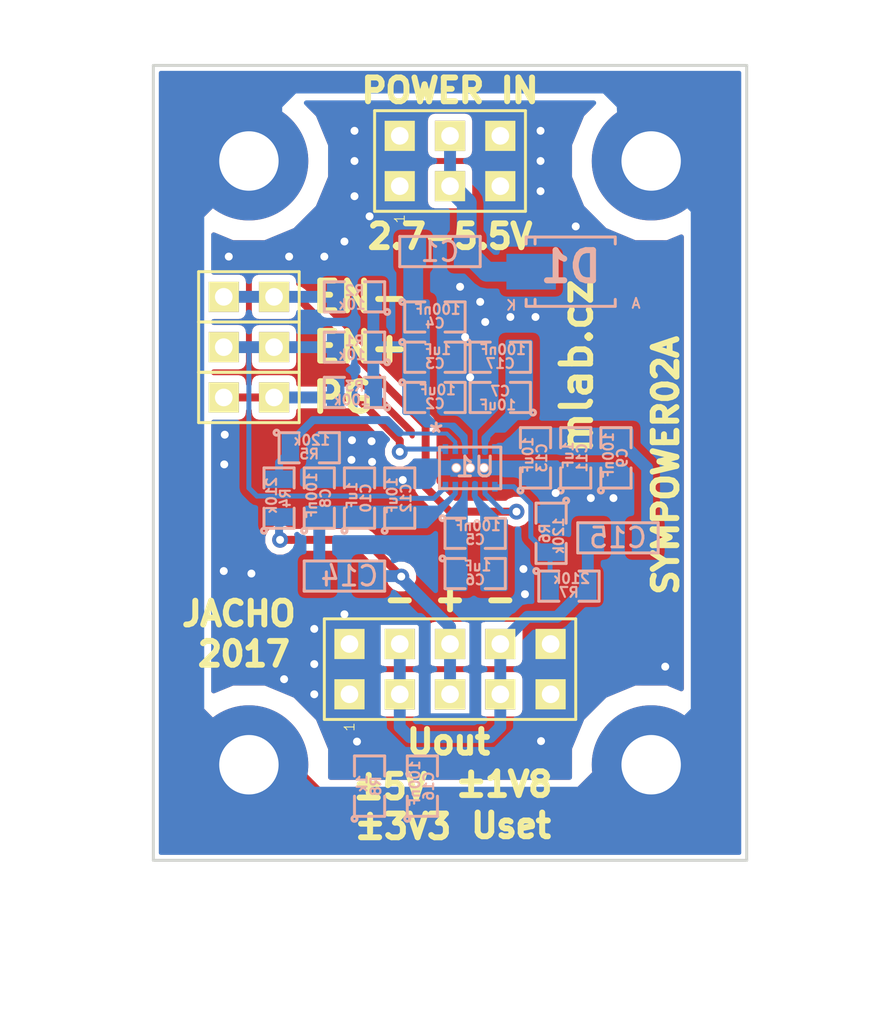
<source format=kicad_pcb>
(kicad_pcb (version 20170123) (host pcbnew "(2017-02-05 revision 431abcf)-makepkg")

  (general
    (links 85)
    (no_connects 0)
    (area 0.178999 -40.461001 30.301001 -0.178999)
    (thickness 1.6)
    (drawings 21)
    (tracks 312)
    (zones 0)
    (modules 36)
    (nets 17)
  )

  (page A4)
  (layers
    (0 F.Cu signal)
    (31 B.Cu signal)
    (32 B.Adhes user)
    (33 F.Adhes user)
    (34 B.Paste user)
    (35 F.Paste user)
    (36 B.SilkS user)
    (37 F.SilkS user)
    (38 B.Mask user)
    (39 F.Mask user)
    (40 Dwgs.User user)
    (41 Cmts.User user)
    (42 Eco1.User user)
    (43 Eco2.User user)
    (44 Edge.Cuts user)
    (45 Margin user)
    (46 B.CrtYd user)
    (47 F.CrtYd user)
    (48 B.Fab user)
    (49 F.Fab user)
  )

  (setup
    (last_trace_width 0.25)
    (user_trace_width 0.2)
    (user_trace_width 0.3)
    (user_trace_width 0.4)
    (user_trace_width 0.5)
    (user_trace_width 0.6)
    (user_trace_width 0.8)
    (user_trace_width 1)
    (trace_clearance 0.2)
    (zone_clearance 0.35)
    (zone_45_only yes)
    (trace_min 0.2)
    (segment_width 0.2)
    (edge_width 0.15)
    (via_size 0.8)
    (via_drill 0.4)
    (via_min_size 0.4)
    (via_min_drill 0.3)
    (uvia_size 0.3)
    (uvia_drill 0.1)
    (uvias_allowed no)
    (uvia_min_size 0.2)
    (uvia_min_drill 0.1)
    (pcb_text_width 0.3)
    (pcb_text_size 1.5 1.5)
    (mod_edge_width 0.15)
    (mod_text_size 1 1)
    (mod_text_width 0.15)
    (pad_size 1.524 1.524)
    (pad_drill 0.762)
    (pad_to_mask_clearance 0.2)
    (solder_mask_min_width 0.2)
    (aux_axis_origin 0 0)
    (visible_elements 7FFFFF7F)
    (pcbplotparams
      (layerselection 0x010e0_ffffffff)
      (usegerberextensions false)
      (excludeedgelayer true)
      (linewidth 1.300000)
      (plotframeref false)
      (viasonmask false)
      (mode 1)
      (useauxorigin false)
      (hpglpennumber 1)
      (hpglpenspeed 20)
      (hpglpendiameter 15)
      (psnegative false)
      (psa4output false)
      (plotreference true)
      (plotvalue true)
      (plotinvisibletext false)
      (padsonsilk false)
      (subtractmaskfromsilk false)
      (outputformat 1)
      (mirror false)
      (drillshape 0)
      (scaleselection 1)
      (outputdirectory ../CAM_PROFI/))
  )

  (net 0 "")
  (net 1 GND)
  (net 2 VCC)
  (net 3 "Net-(C10-Pad1)")
  (net 4 "Net-(C11-Pad2)")
  (net 5 /Vout+)
  (net 6 /Vout-)
  (net 7 "Net-(C16-Pad1)")
  (net 8 /EN+)
  (net 9 /EN-)
  (net 10 /PGOOD)
  (net 11 /C1-)
  (net 12 /C1+)
  (net 13 /CP)
  (net 14 /FB+)
  (net 15 /FB-)
  (net 16 "Net-(C1-Pad1)")

  (net_class Default "Toto je výchozí třída sítě."
    (clearance 0.2)
    (trace_width 0.25)
    (via_dia 0.8)
    (via_drill 0.4)
    (uvia_dia 0.3)
    (uvia_drill 0.1)
    (add_net /C1+)
    (add_net /C1-)
    (add_net /CP)
    (add_net /EN+)
    (add_net /EN-)
    (add_net /FB+)
    (add_net /FB-)
    (add_net /PGOOD)
    (add_net /Vout+)
    (add_net /Vout-)
    (add_net GND)
    (add_net "Net-(C1-Pad1)")
    (add_net "Net-(C10-Pad1)")
    (add_net "Net-(C11-Pad2)")
    (add_net "Net-(C16-Pad1)")
    (add_net VCC)
  )

  (module Mlab_R:SMD-0805 (layer B.Cu) (tedit 54799E0C) (tstamp 58AD41A8)
    (at 14.478 -23.622)
    (path /58AC6E0E)
    (attr smd)
    (fp_text reference C2 (at 0 0.3175) (layer B.SilkS)
      (effects (font (size 0.50038 0.50038) (thickness 0.10922)) (justify mirror))
    )
    (fp_text value 10uF (at 0.127 -0.381) (layer B.SilkS)
      (effects (font (size 0.50038 0.50038) (thickness 0.10922)) (justify mirror))
    )
    (fp_circle (center -1.651 -0.762) (end -1.651 -0.635) (layer B.SilkS) (width 0.15))
    (fp_line (start -0.508 -0.762) (end -1.524 -0.762) (layer B.SilkS) (width 0.15))
    (fp_line (start -1.524 -0.762) (end -1.524 0.762) (layer B.SilkS) (width 0.15))
    (fp_line (start -1.524 0.762) (end -0.508 0.762) (layer B.SilkS) (width 0.15))
    (fp_line (start 0.508 0.762) (end 1.524 0.762) (layer B.SilkS) (width 0.15))
    (fp_line (start 1.524 0.762) (end 1.524 -0.762) (layer B.SilkS) (width 0.15))
    (fp_line (start 1.524 -0.762) (end 0.508 -0.762) (layer B.SilkS) (width 0.15))
    (pad 1 smd rect (at -0.9525 0) (size 0.889 1.397) (layers B.Cu B.Paste B.Mask)
      (net 2 VCC))
    (pad 2 smd rect (at 0.9525 0) (size 0.889 1.397) (layers B.Cu B.Paste B.Mask)
      (net 1 GND))
    (model MLAB_3D/Resistors/chip_cms.wrl
      (at (xyz 0 0 0))
      (scale (xyz 0.1 0.1 0.1))
      (rotate (xyz 0 0 0))
    )
  )

  (module Mlab_IO:WSON-12 (layer B.Cu) (tedit 58AE8669) (tstamp 58AD4276)
    (at 16.256 -20.066)
    (descr "WSON 12")
    (tags DRV8835)
    (path /58AAF79A)
    (fp_text reference U1 (at 0.254 -0.0508) (layer B.SilkS)
      (effects (font (size 1 1) (thickness 0.15)) (justify mirror))
    )
    (fp_text value LM27762 (at 0.1651 2.0574) (layer B.Fab) hide
      (effects (font (size 1 1) (thickness 0.15)) (justify mirror))
    )
    (fp_line (start -1.55 -1.05) (end -1.55 1.05) (layer B.SilkS) (width 0.15))
    (fp_line (start 1.55 -1.05) (end -1.55 -1.05) (layer B.SilkS) (width 0.15))
    (fp_line (start 1.55 1.05) (end 1.55 -1.05) (layer B.SilkS) (width 0.15))
    (fp_line (start -1.55 1.05) (end 1.55 1.05) (layer B.SilkS) (width 0.15))
    (fp_text user * (at -1.7145 -1.7272) (layer B.SilkS)
      (effects (font (size 1 1) (thickness 0.15)) (justify mirror))
    )
    (pad 13 thru_hole circle (at 0 0) (size 0.5 0.5) (drill 0.4) (layers *.Cu *.Mask B.SilkS)
      (net 1 GND))
    (pad 13 thru_hole circle (at -0.7 0) (size 0.5 0.5) (drill 0.4) (layers *.Cu *.Mask B.SilkS)
      (net 1 GND))
    (pad 13 thru_hole circle (at 0.7 0) (size 0.5 0.5) (drill 0.4) (layers *.Cu *.Mask B.SilkS)
      (net 1 GND))
    (pad 13 smd trapezoid (at -1.35 -0.25) (size 0.7 0.25) (layers B.Cu B.Paste B.Mask)
      (net 1 GND))
    (pad 13 smd trapezoid (at -1.35 0.25) (size 0.7 0.25) (layers B.Cu B.Paste B.Mask)
      (net 1 GND))
    (pad 13 smd trapezoid (at 1.35 0.25) (size 0.7 0.25) (layers B.Cu B.Paste B.Mask)
      (net 1 GND))
    (pad 13 smd trapezoid (at 1.35 -0.25) (size 0.7 0.25) (layers B.Cu B.Paste B.Mask)
      (net 1 GND))
    (pad 13 smd trapezoid (at 0 0) (size 2 0.9) (layers B.Cu B.Paste B.Mask)
      (net 1 GND))
    (pad 12 smd trapezoid (at -1.25 0.95) (size 0.28 0.5) (layers B.Cu B.Paste B.Mask)
      (net 8 /EN+))
    (pad 11 smd trapezoid (at -0.75 0.95) (size 0.28 0.5) (layers B.Cu B.Paste B.Mask)
      (net 3 "Net-(C10-Pad1)"))
    (pad 10 smd trapezoid (at -0.25 0.95) (size 0.28 0.5) (layers B.Cu B.Paste B.Mask)
      (net 12 /C1+))
    (pad 9 smd trapezoid (at 0.25 0.95) (size 0.28 0.5) (layers B.Cu B.Paste B.Mask)
      (net 11 /C1-))
    (pad 8 smd trapezoid (at 0.75 0.95) (size 0.28 0.5) (layers B.Cu B.Paste B.Mask)
      (net 9 /EN-))
    (pad 7 smd trapezoid (at 1.25 0.95) (size 0.28 0.5) (layers B.Cu B.Paste B.Mask)
      (net 15 /FB-))
    (pad 6 smd trapezoid (at 1.25 -0.95) (size 0.28 0.5) (layers B.Cu B.Paste B.Mask)
      (net 4 "Net-(C11-Pad2)"))
    (pad 5 smd trapezoid (at 0.75 -0.95) (size 0.28 0.5) (layers B.Cu B.Paste B.Mask)
      (net 13 /CP))
    (pad 4 smd trapezoid (at 0.25 -0.95) (size 0.28 0.5) (layers B.Cu B.Paste B.Mask)
      (net 1 GND))
    (pad 3 smd trapezoid (at -0.25 -0.95) (size 0.28 0.5) (layers B.Cu B.Paste B.Mask)
      (net 2 VCC))
    (pad 2 smd trapezoid (at -0.75 -0.95) (size 0.28 0.5) (layers B.Cu B.Paste B.Mask)
      (net 14 /FB+))
    (pad 1 smd trapezoid (at -1.25 -0.95) (size 0.28 0.5) (layers B.Cu B.Paste B.Mask)
      (net 10 /PGOOD))
  )

  (module Mlab_Mechanical:MountingHole_3mm placed (layer F.Cu) (tedit 589027DC) (tstamp 58244A4B)
    (at 5.08 -5.08)
    (descr "Mounting hole, Befestigungsbohrung, 3mm, No Annular, Kein Restring,")
    (tags "Mounting hole, Befestigungsbohrung, 3mm, No Annular, Kein Restring,")
    (path /549D7549)
    (fp_text reference M1 (at 0 -4.191) (layer F.SilkS) hide
      (effects (font (thickness 0.3048)))
    )
    (fp_text value HOLE (at 0 4.191) (layer F.SilkS) hide
      (effects (font (thickness 0.3048)))
    )
    (fp_circle (center 0 0) (end 2.99974 0) (layer Cmts.User) (width 0.381))
    (pad 1 thru_hole circle (at 0 0) (size 6 6) (drill 3) (layers *.Cu *.Adhes *.Mask)
      (net 7 "Net-(C16-Pad1)") (clearance 1) (zone_connect 2))
  )

  (module Mlab_Mechanical:MountingHole_3mm placed (layer F.Cu) (tedit 589027DC) (tstamp 58244A51)
    (at 25.4 -5.08)
    (descr "Mounting hole, Befestigungsbohrung, 3mm, No Annular, Kein Restring,")
    (tags "Mounting hole, Befestigungsbohrung, 3mm, No Annular, Kein Restring,")
    (path /549D7628)
    (fp_text reference M2 (at 0 -4.191) (layer F.SilkS) hide
      (effects (font (thickness 0.3048)))
    )
    (fp_text value HOLE (at 0 4.191) (layer F.SilkS) hide
      (effects (font (thickness 0.3048)))
    )
    (fp_circle (center 0 0) (end 2.99974 0) (layer Cmts.User) (width 0.381))
    (pad 1 thru_hole circle (at 0 0) (size 6 6) (drill 3) (layers *.Cu *.Adhes *.Mask)
      (net 7 "Net-(C16-Pad1)") (clearance 1) (zone_connect 2))
  )

  (module Mlab_Mechanical:MountingHole_3mm placed (layer F.Cu) (tedit 589027DC) (tstamp 58244A57)
    (at 25.4 -35.56)
    (descr "Mounting hole, Befestigungsbohrung, 3mm, No Annular, Kein Restring,")
    (tags "Mounting hole, Befestigungsbohrung, 3mm, No Annular, Kein Restring,")
    (path /549D7646)
    (fp_text reference M3 (at 0 -4.191) (layer F.SilkS) hide
      (effects (font (thickness 0.3048)))
    )
    (fp_text value HOLE (at 0 4.191) (layer F.SilkS) hide
      (effects (font (thickness 0.3048)))
    )
    (fp_circle (center 0 0) (end 2.99974 0) (layer Cmts.User) (width 0.381))
    (pad 1 thru_hole circle (at 0 0) (size 6 6) (drill 3) (layers *.Cu *.Adhes *.Mask)
      (net 7 "Net-(C16-Pad1)") (clearance 1) (zone_connect 2))
  )

  (module Mlab_Mechanical:MountingHole_3mm placed (layer F.Cu) (tedit 589027DC) (tstamp 58244A5D)
    (at 5.08 -35.56)
    (descr "Mounting hole, Befestigungsbohrung, 3mm, No Annular, Kein Restring,")
    (tags "Mounting hole, Befestigungsbohrung, 3mm, No Annular, Kein Restring,")
    (path /549D7665)
    (fp_text reference M4 (at 0 -4.191) (layer F.SilkS) hide
      (effects (font (thickness 0.3048)))
    )
    (fp_text value HOLE (at 0 4.191) (layer F.SilkS) hide
      (effects (font (thickness 0.3048)))
    )
    (fp_circle (center 0 0) (end 2.99974 0) (layer Cmts.User) (width 0.381))
    (pad 1 thru_hole circle (at 0 0) (size 6 6) (drill 3) (layers *.Cu *.Adhes *.Mask)
      (net 7 "Net-(C16-Pad1)") (clearance 1) (zone_connect 2))
  )

  (module Mlab_L:FIR1 (layer B.Cu) (tedit 58AFFEDA) (tstamp 58AD41A2)
    (at 14.732 -30.988 180)
    (path /58AC46C8)
    (fp_text reference C1 (at 0 0 180) (layer B.SilkS)
      (effects (font (size 1 1) (thickness 0.15)) (justify mirror))
    )
    (fp_text value NFM21PC105 (at 2.794 -1.905 180) (layer B.SilkS) hide
      (effects (font (size 1 1) (thickness 0.15)) (justify mirror))
    )
    (fp_line (start -2.032 0.762) (end 2.032 0.762) (layer B.SilkS) (width 0.15))
    (fp_line (start 2.032 0.762) (end 2.032 -0.762) (layer B.SilkS) (width 0.15))
    (fp_line (start 2.032 -0.762) (end -2.032 -0.762) (layer B.SilkS) (width 0.15))
    (fp_line (start -2.032 -0.762) (end -2.032 0.762) (layer B.SilkS) (width 0.15))
    (fp_line (start -2.032 0.762) (end -2.032 0.635) (layer B.SilkS) (width 0.15))
    (pad 1 smd rect (at -1.35 0 180) (size 1.3 1.5) (layers B.Cu B.Paste B.Mask)
      (net 16 "Net-(C1-Pad1)"))
    (pad 2 smd rect (at 0 0 180) (size 0.7 3) (layers B.Cu B.Paste B.Mask)
      (net 1 GND))
    (pad 3 smd rect (at 1.35 0 180) (size 1.3 1.5) (layers B.Cu B.Paste B.Mask)
      (net 2 VCC))
    (model MLAB_3D/Resistors/chip_cms.wrl
      (at (xyz 0 0 0))
      (scale (xyz 0.13 0.13 0.13))
      (rotate (xyz 0 0 0))
    )
  )

  (module Mlab_R:SMD-0805 (layer B.Cu) (tedit 54799E0C) (tstamp 58AD41AE)
    (at 14.478 -25.654)
    (path /58AC6BEC)
    (attr smd)
    (fp_text reference C3 (at 0 0.3175) (layer B.SilkS)
      (effects (font (size 0.50038 0.50038) (thickness 0.10922)) (justify mirror))
    )
    (fp_text value 1uF (at 0.127 -0.381) (layer B.SilkS)
      (effects (font (size 0.50038 0.50038) (thickness 0.10922)) (justify mirror))
    )
    (fp_line (start 1.524 -0.762) (end 0.508 -0.762) (layer B.SilkS) (width 0.15))
    (fp_line (start 1.524 0.762) (end 1.524 -0.762) (layer B.SilkS) (width 0.15))
    (fp_line (start 0.508 0.762) (end 1.524 0.762) (layer B.SilkS) (width 0.15))
    (fp_line (start -1.524 0.762) (end -0.508 0.762) (layer B.SilkS) (width 0.15))
    (fp_line (start -1.524 -0.762) (end -1.524 0.762) (layer B.SilkS) (width 0.15))
    (fp_line (start -0.508 -0.762) (end -1.524 -0.762) (layer B.SilkS) (width 0.15))
    (fp_circle (center -1.651 -0.762) (end -1.651 -0.635) (layer B.SilkS) (width 0.15))
    (pad 2 smd rect (at 0.9525 0) (size 0.889 1.397) (layers B.Cu B.Paste B.Mask)
      (net 1 GND))
    (pad 1 smd rect (at -0.9525 0) (size 0.889 1.397) (layers B.Cu B.Paste B.Mask)
      (net 2 VCC))
    (model MLAB_3D/Resistors/chip_cms.wrl
      (at (xyz 0 0 0))
      (scale (xyz 0.1 0.1 0.1))
      (rotate (xyz 0 0 0))
    )
  )

  (module Mlab_R:SMD-0805 (layer B.Cu) (tedit 54799E0C) (tstamp 58AD41B4)
    (at 14.478 -27.686)
    (path /58AB595A)
    (attr smd)
    (fp_text reference C4 (at 0 0.3175) (layer B.SilkS)
      (effects (font (size 0.50038 0.50038) (thickness 0.10922)) (justify mirror))
    )
    (fp_text value 100nF (at 0.127 -0.381) (layer B.SilkS)
      (effects (font (size 0.50038 0.50038) (thickness 0.10922)) (justify mirror))
    )
    (fp_circle (center -1.651 -0.762) (end -1.651 -0.635) (layer B.SilkS) (width 0.15))
    (fp_line (start -0.508 -0.762) (end -1.524 -0.762) (layer B.SilkS) (width 0.15))
    (fp_line (start -1.524 -0.762) (end -1.524 0.762) (layer B.SilkS) (width 0.15))
    (fp_line (start -1.524 0.762) (end -0.508 0.762) (layer B.SilkS) (width 0.15))
    (fp_line (start 0.508 0.762) (end 1.524 0.762) (layer B.SilkS) (width 0.15))
    (fp_line (start 1.524 0.762) (end 1.524 -0.762) (layer B.SilkS) (width 0.15))
    (fp_line (start 1.524 -0.762) (end 0.508 -0.762) (layer B.SilkS) (width 0.15))
    (pad 1 smd rect (at -0.9525 0) (size 0.889 1.397) (layers B.Cu B.Paste B.Mask)
      (net 2 VCC))
    (pad 2 smd rect (at 0.9525 0) (size 0.889 1.397) (layers B.Cu B.Paste B.Mask)
      (net 1 GND))
    (model MLAB_3D/Resistors/chip_cms.wrl
      (at (xyz 0 0 0))
      (scale (xyz 0.1 0.1 0.1))
      (rotate (xyz 0 0 0))
    )
  )

  (module Mlab_R:SMD-0805 (layer B.Cu) (tedit 54799E0C) (tstamp 58AD41BA)
    (at 16.51 -16.764)
    (path /58AC7744)
    (attr smd)
    (fp_text reference C5 (at 0 0.3175) (layer B.SilkS)
      (effects (font (size 0.50038 0.50038) (thickness 0.10922)) (justify mirror))
    )
    (fp_text value 100nF (at 0.127 -0.381) (layer B.SilkS)
      (effects (font (size 0.50038 0.50038) (thickness 0.10922)) (justify mirror))
    )
    (fp_line (start 1.524 -0.762) (end 0.508 -0.762) (layer B.SilkS) (width 0.15))
    (fp_line (start 1.524 0.762) (end 1.524 -0.762) (layer B.SilkS) (width 0.15))
    (fp_line (start 0.508 0.762) (end 1.524 0.762) (layer B.SilkS) (width 0.15))
    (fp_line (start -1.524 0.762) (end -0.508 0.762) (layer B.SilkS) (width 0.15))
    (fp_line (start -1.524 -0.762) (end -1.524 0.762) (layer B.SilkS) (width 0.15))
    (fp_line (start -0.508 -0.762) (end -1.524 -0.762) (layer B.SilkS) (width 0.15))
    (fp_circle (center -1.651 -0.762) (end -1.651 -0.635) (layer B.SilkS) (width 0.15))
    (pad 2 smd rect (at 0.9525 0) (size 0.889 1.397) (layers B.Cu B.Paste B.Mask)
      (net 11 /C1-))
    (pad 1 smd rect (at -0.9525 0) (size 0.889 1.397) (layers B.Cu B.Paste B.Mask)
      (net 12 /C1+))
    (model MLAB_3D/Resistors/chip_cms.wrl
      (at (xyz 0 0 0))
      (scale (xyz 0.1 0.1 0.1))
      (rotate (xyz 0 0 0))
    )
  )

  (module Mlab_R:SMD-0805 (layer B.Cu) (tedit 54799E0C) (tstamp 58AD41C0)
    (at 16.51 -14.732)
    (path /58AB4D2E)
    (attr smd)
    (fp_text reference C6 (at 0 0.3175) (layer B.SilkS)
      (effects (font (size 0.50038 0.50038) (thickness 0.10922)) (justify mirror))
    )
    (fp_text value 1uF (at 0.127 -0.381) (layer B.SilkS)
      (effects (font (size 0.50038 0.50038) (thickness 0.10922)) (justify mirror))
    )
    (fp_circle (center -1.651 -0.762) (end -1.651 -0.635) (layer B.SilkS) (width 0.15))
    (fp_line (start -0.508 -0.762) (end -1.524 -0.762) (layer B.SilkS) (width 0.15))
    (fp_line (start -1.524 -0.762) (end -1.524 0.762) (layer B.SilkS) (width 0.15))
    (fp_line (start -1.524 0.762) (end -0.508 0.762) (layer B.SilkS) (width 0.15))
    (fp_line (start 0.508 0.762) (end 1.524 0.762) (layer B.SilkS) (width 0.15))
    (fp_line (start 1.524 0.762) (end 1.524 -0.762) (layer B.SilkS) (width 0.15))
    (fp_line (start 1.524 -0.762) (end 0.508 -0.762) (layer B.SilkS) (width 0.15))
    (pad 1 smd rect (at -0.9525 0) (size 0.889 1.397) (layers B.Cu B.Paste B.Mask)
      (net 12 /C1+))
    (pad 2 smd rect (at 0.9525 0) (size 0.889 1.397) (layers B.Cu B.Paste B.Mask)
      (net 11 /C1-))
    (model MLAB_3D/Resistors/chip_cms.wrl
      (at (xyz 0 0 0))
      (scale (xyz 0.1 0.1 0.1))
      (rotate (xyz 0 0 0))
    )
  )

  (module Mlab_R:SMD-0805 (layer B.Cu) (tedit 54799E0C) (tstamp 58AD41C6)
    (at 17.78 -23.622 180)
    (path /58ACF53C)
    (attr smd)
    (fp_text reference C7 (at 0 0.3175 180) (layer B.SilkS)
      (effects (font (size 0.50038 0.50038) (thickness 0.10922)) (justify mirror))
    )
    (fp_text value 10uF (at 0.127 -0.381 180) (layer B.SilkS)
      (effects (font (size 0.50038 0.50038) (thickness 0.10922)) (justify mirror))
    )
    (fp_line (start 1.524 -0.762) (end 0.508 -0.762) (layer B.SilkS) (width 0.15))
    (fp_line (start 1.524 0.762) (end 1.524 -0.762) (layer B.SilkS) (width 0.15))
    (fp_line (start 0.508 0.762) (end 1.524 0.762) (layer B.SilkS) (width 0.15))
    (fp_line (start -1.524 0.762) (end -0.508 0.762) (layer B.SilkS) (width 0.15))
    (fp_line (start -1.524 -0.762) (end -1.524 0.762) (layer B.SilkS) (width 0.15))
    (fp_line (start -0.508 -0.762) (end -1.524 -0.762) (layer B.SilkS) (width 0.15))
    (fp_circle (center -1.651 -0.762) (end -1.651 -0.635) (layer B.SilkS) (width 0.15))
    (pad 2 smd rect (at 0.9525 0 180) (size 0.889 1.397) (layers B.Cu B.Paste B.Mask)
      (net 1 GND))
    (pad 1 smd rect (at -0.9525 0 180) (size 0.889 1.397) (layers B.Cu B.Paste B.Mask)
      (net 13 /CP))
    (model MLAB_3D/Resistors/chip_cms.wrl
      (at (xyz 0 0 0))
      (scale (xyz 0.1 0.1 0.1))
      (rotate (xyz 0 0 0))
    )
  )

  (module Mlab_R:SMD-0805 (layer B.Cu) (tedit 54799E0C) (tstamp 58AD41CC)
    (at 8.636 -18.542 90)
    (path /58ACE8C7)
    (attr smd)
    (fp_text reference C8 (at 0 0.3175 90) (layer B.SilkS)
      (effects (font (size 0.50038 0.50038) (thickness 0.10922)) (justify mirror))
    )
    (fp_text value 100nF (at 0.127 -0.381 90) (layer B.SilkS)
      (effects (font (size 0.50038 0.50038) (thickness 0.10922)) (justify mirror))
    )
    (fp_line (start 1.524 -0.762) (end 0.508 -0.762) (layer B.SilkS) (width 0.15))
    (fp_line (start 1.524 0.762) (end 1.524 -0.762) (layer B.SilkS) (width 0.15))
    (fp_line (start 0.508 0.762) (end 1.524 0.762) (layer B.SilkS) (width 0.15))
    (fp_line (start -1.524 0.762) (end -0.508 0.762) (layer B.SilkS) (width 0.15))
    (fp_line (start -1.524 -0.762) (end -1.524 0.762) (layer B.SilkS) (width 0.15))
    (fp_line (start -0.508 -0.762) (end -1.524 -0.762) (layer B.SilkS) (width 0.15))
    (fp_circle (center -1.651 -0.762) (end -1.651 -0.635) (layer B.SilkS) (width 0.15))
    (pad 2 smd rect (at 0.9525 0 90) (size 0.889 1.397) (layers B.Cu B.Paste B.Mask)
      (net 1 GND))
    (pad 1 smd rect (at -0.9525 0 90) (size 0.889 1.397) (layers B.Cu B.Paste B.Mask)
      (net 3 "Net-(C10-Pad1)"))
    (model MLAB_3D/Resistors/chip_cms.wrl
      (at (xyz 0 0 0))
      (scale (xyz 0.1 0.1 0.1))
      (rotate (xyz 0 0 0))
    )
  )

  (module Mlab_R:SMD-0805 (layer B.Cu) (tedit 54799E0C) (tstamp 58AD41D2)
    (at 23.622 -20.574 90)
    (path /58ACEBE3)
    (attr smd)
    (fp_text reference C9 (at 0 0.3175 90) (layer B.SilkS)
      (effects (font (size 0.50038 0.50038) (thickness 0.10922)) (justify mirror))
    )
    (fp_text value 100nF (at 0.127 -0.381 90) (layer B.SilkS)
      (effects (font (size 0.50038 0.50038) (thickness 0.10922)) (justify mirror))
    )
    (fp_line (start 1.524 -0.762) (end 0.508 -0.762) (layer B.SilkS) (width 0.15))
    (fp_line (start 1.524 0.762) (end 1.524 -0.762) (layer B.SilkS) (width 0.15))
    (fp_line (start 0.508 0.762) (end 1.524 0.762) (layer B.SilkS) (width 0.15))
    (fp_line (start -1.524 0.762) (end -0.508 0.762) (layer B.SilkS) (width 0.15))
    (fp_line (start -1.524 -0.762) (end -1.524 0.762) (layer B.SilkS) (width 0.15))
    (fp_line (start -0.508 -0.762) (end -1.524 -0.762) (layer B.SilkS) (width 0.15))
    (fp_circle (center -1.651 -0.762) (end -1.651 -0.635) (layer B.SilkS) (width 0.15))
    (pad 2 smd rect (at 0.9525 0 90) (size 0.889 1.397) (layers B.Cu B.Paste B.Mask)
      (net 4 "Net-(C11-Pad2)"))
    (pad 1 smd rect (at -0.9525 0 90) (size 0.889 1.397) (layers B.Cu B.Paste B.Mask)
      (net 1 GND))
    (model MLAB_3D/Resistors/chip_cms.wrl
      (at (xyz 0 0 0))
      (scale (xyz 0.1 0.1 0.1))
      (rotate (xyz 0 0 0))
    )
  )

  (module Mlab_R:SMD-0805 (layer B.Cu) (tedit 54799E0C) (tstamp 58AD41D8)
    (at 10.668 -18.542 90)
    (path /58ACE482)
    (attr smd)
    (fp_text reference C10 (at 0 0.3175 90) (layer B.SilkS)
      (effects (font (size 0.50038 0.50038) (thickness 0.10922)) (justify mirror))
    )
    (fp_text value 1uF (at 0.127 -0.381 90) (layer B.SilkS)
      (effects (font (size 0.50038 0.50038) (thickness 0.10922)) (justify mirror))
    )
    (fp_circle (center -1.651 -0.762) (end -1.651 -0.635) (layer B.SilkS) (width 0.15))
    (fp_line (start -0.508 -0.762) (end -1.524 -0.762) (layer B.SilkS) (width 0.15))
    (fp_line (start -1.524 -0.762) (end -1.524 0.762) (layer B.SilkS) (width 0.15))
    (fp_line (start -1.524 0.762) (end -0.508 0.762) (layer B.SilkS) (width 0.15))
    (fp_line (start 0.508 0.762) (end 1.524 0.762) (layer B.SilkS) (width 0.15))
    (fp_line (start 1.524 0.762) (end 1.524 -0.762) (layer B.SilkS) (width 0.15))
    (fp_line (start 1.524 -0.762) (end 0.508 -0.762) (layer B.SilkS) (width 0.15))
    (pad 1 smd rect (at -0.9525 0 90) (size 0.889 1.397) (layers B.Cu B.Paste B.Mask)
      (net 3 "Net-(C10-Pad1)"))
    (pad 2 smd rect (at 0.9525 0 90) (size 0.889 1.397) (layers B.Cu B.Paste B.Mask)
      (net 1 GND))
    (model MLAB_3D/Resistors/chip_cms.wrl
      (at (xyz 0 0 0))
      (scale (xyz 0.1 0.1 0.1))
      (rotate (xyz 0 0 0))
    )
  )

  (module Mlab_R:SMD-0805 (layer B.Cu) (tedit 54799E0C) (tstamp 58AD41DE)
    (at 21.59 -20.574 90)
    (path /58ACEC58)
    (attr smd)
    (fp_text reference C11 (at 0 0.3175 90) (layer B.SilkS)
      (effects (font (size 0.50038 0.50038) (thickness 0.10922)) (justify mirror))
    )
    (fp_text value 1uF (at 0.127 -0.381 90) (layer B.SilkS)
      (effects (font (size 0.50038 0.50038) (thickness 0.10922)) (justify mirror))
    )
    (fp_circle (center -1.651 -0.762) (end -1.651 -0.635) (layer B.SilkS) (width 0.15))
    (fp_line (start -0.508 -0.762) (end -1.524 -0.762) (layer B.SilkS) (width 0.15))
    (fp_line (start -1.524 -0.762) (end -1.524 0.762) (layer B.SilkS) (width 0.15))
    (fp_line (start -1.524 0.762) (end -0.508 0.762) (layer B.SilkS) (width 0.15))
    (fp_line (start 0.508 0.762) (end 1.524 0.762) (layer B.SilkS) (width 0.15))
    (fp_line (start 1.524 0.762) (end 1.524 -0.762) (layer B.SilkS) (width 0.15))
    (fp_line (start 1.524 -0.762) (end 0.508 -0.762) (layer B.SilkS) (width 0.15))
    (pad 1 smd rect (at -0.9525 0 90) (size 0.889 1.397) (layers B.Cu B.Paste B.Mask)
      (net 1 GND))
    (pad 2 smd rect (at 0.9525 0 90) (size 0.889 1.397) (layers B.Cu B.Paste B.Mask)
      (net 4 "Net-(C11-Pad2)"))
    (model MLAB_3D/Resistors/chip_cms.wrl
      (at (xyz 0 0 0))
      (scale (xyz 0.1 0.1 0.1))
      (rotate (xyz 0 0 0))
    )
  )

  (module Mlab_R:SMD-0805 (layer B.Cu) (tedit 54799E0C) (tstamp 58AD41E4)
    (at 12.7 -18.542 90)
    (path /58AB43F7)
    (attr smd)
    (fp_text reference C12 (at 0 0.3175 90) (layer B.SilkS)
      (effects (font (size 0.50038 0.50038) (thickness 0.10922)) (justify mirror))
    )
    (fp_text value 10uF (at 0.127 -0.381 90) (layer B.SilkS)
      (effects (font (size 0.50038 0.50038) (thickness 0.10922)) (justify mirror))
    )
    (fp_line (start 1.524 -0.762) (end 0.508 -0.762) (layer B.SilkS) (width 0.15))
    (fp_line (start 1.524 0.762) (end 1.524 -0.762) (layer B.SilkS) (width 0.15))
    (fp_line (start 0.508 0.762) (end 1.524 0.762) (layer B.SilkS) (width 0.15))
    (fp_line (start -1.524 0.762) (end -0.508 0.762) (layer B.SilkS) (width 0.15))
    (fp_line (start -1.524 -0.762) (end -1.524 0.762) (layer B.SilkS) (width 0.15))
    (fp_line (start -0.508 -0.762) (end -1.524 -0.762) (layer B.SilkS) (width 0.15))
    (fp_circle (center -1.651 -0.762) (end -1.651 -0.635) (layer B.SilkS) (width 0.15))
    (pad 2 smd rect (at 0.9525 0 90) (size 0.889 1.397) (layers B.Cu B.Paste B.Mask)
      (net 1 GND))
    (pad 1 smd rect (at -0.9525 0 90) (size 0.889 1.397) (layers B.Cu B.Paste B.Mask)
      (net 3 "Net-(C10-Pad1)"))
    (model MLAB_3D/Resistors/chip_cms.wrl
      (at (xyz 0 0 0))
      (scale (xyz 0.1 0.1 0.1))
      (rotate (xyz 0 0 0))
    )
  )

  (module Mlab_L:FIR1 (layer B.Cu) (tedit 58AFFED2) (tstamp 58AD41F1)
    (at 9.906 -14.605)
    (path /58AD3FCC)
    (fp_text reference C14 (at 0.254 0) (layer B.SilkS)
      (effects (font (size 1 1) (thickness 0.15)) (justify mirror))
    )
    (fp_text value NFM21PC105 (at 2.794 -1.905) (layer B.SilkS) hide
      (effects (font (size 1 1) (thickness 0.15)) (justify mirror))
    )
    (fp_line (start -2.032 0.762) (end -2.032 0.635) (layer B.SilkS) (width 0.15))
    (fp_line (start -2.032 -0.762) (end -2.032 0.762) (layer B.SilkS) (width 0.15))
    (fp_line (start 2.032 -0.762) (end -2.032 -0.762) (layer B.SilkS) (width 0.15))
    (fp_line (start 2.032 0.762) (end 2.032 -0.762) (layer B.SilkS) (width 0.15))
    (fp_line (start -2.032 0.762) (end 2.032 0.762) (layer B.SilkS) (width 0.15))
    (pad 3 smd rect (at 1.35 0) (size 1.3 1.5) (layers B.Cu B.Paste B.Mask)
      (net 5 /Vout+))
    (pad 2 smd rect (at 0 0) (size 0.7 3) (layers B.Cu B.Paste B.Mask)
      (net 1 GND))
    (pad 1 smd rect (at -1.35 0) (size 1.3 1.5) (layers B.Cu B.Paste B.Mask)
      (net 3 "Net-(C10-Pad1)"))
    (model MLAB_3D/Resistors/chip_cms.wrl
      (at (xyz 0 0 0))
      (scale (xyz 0.13 0.13 0.13))
      (rotate (xyz 0 0 0))
    )
  )

  (module Mlab_L:FIR1 (layer B.Cu) (tedit 58AFFECC) (tstamp 58AD41F8)
    (at 23.7236 -16.5354 180)
    (path /58AD3911)
    (fp_text reference C15 (at 0 0 180) (layer B.SilkS)
      (effects (font (size 1 1) (thickness 0.15)) (justify mirror))
    )
    (fp_text value NFM21PC105 (at 2.794 -1.905 180) (layer B.SilkS) hide
      (effects (font (size 1 1) (thickness 0.15)) (justify mirror))
    )
    (fp_line (start -2.032 0.762) (end 2.032 0.762) (layer B.SilkS) (width 0.15))
    (fp_line (start 2.032 0.762) (end 2.032 -0.762) (layer B.SilkS) (width 0.15))
    (fp_line (start 2.032 -0.762) (end -2.032 -0.762) (layer B.SilkS) (width 0.15))
    (fp_line (start -2.032 -0.762) (end -2.032 0.762) (layer B.SilkS) (width 0.15))
    (fp_line (start -2.032 0.762) (end -2.032 0.635) (layer B.SilkS) (width 0.15))
    (pad 1 smd rect (at -1.35 0 180) (size 1.3 1.5) (layers B.Cu B.Paste B.Mask)
      (net 4 "Net-(C11-Pad2)"))
    (pad 2 smd rect (at 0 0 180) (size 0.7 3) (layers B.Cu B.Paste B.Mask)
      (net 1 GND))
    (pad 3 smd rect (at 1.35 0 180) (size 1.3 1.5) (layers B.Cu B.Paste B.Mask)
      (net 6 /Vout-))
    (model MLAB_3D/Resistors/chip_cms.wrl
      (at (xyz 0 0 0))
      (scale (xyz 0.13 0.13 0.13))
      (rotate (xyz 0 0 0))
    )
  )

  (module Mlab_R:SMD-0805 (layer B.Cu) (tedit 54799E0C) (tstamp 58AD41FE)
    (at 13.843 -4.0005 90)
    (path /58ADAA58)
    (attr smd)
    (fp_text reference C16 (at 0 0.3175 90) (layer B.SilkS)
      (effects (font (size 0.50038 0.50038) (thickness 0.10922)) (justify mirror))
    )
    (fp_text value 100nF (at 0.127 -0.381 90) (layer B.SilkS)
      (effects (font (size 0.50038 0.50038) (thickness 0.10922)) (justify mirror))
    )
    (fp_circle (center -1.651 -0.762) (end -1.651 -0.635) (layer B.SilkS) (width 0.15))
    (fp_line (start -0.508 -0.762) (end -1.524 -0.762) (layer B.SilkS) (width 0.15))
    (fp_line (start -1.524 -0.762) (end -1.524 0.762) (layer B.SilkS) (width 0.15))
    (fp_line (start -1.524 0.762) (end -0.508 0.762) (layer B.SilkS) (width 0.15))
    (fp_line (start 0.508 0.762) (end 1.524 0.762) (layer B.SilkS) (width 0.15))
    (fp_line (start 1.524 0.762) (end 1.524 -0.762) (layer B.SilkS) (width 0.15))
    (fp_line (start 1.524 -0.762) (end 0.508 -0.762) (layer B.SilkS) (width 0.15))
    (pad 1 smd rect (at -0.9525 0 90) (size 0.889 1.397) (layers B.Cu B.Paste B.Mask)
      (net 7 "Net-(C16-Pad1)"))
    (pad 2 smd rect (at 0.9525 0 90) (size 0.889 1.397) (layers B.Cu B.Paste B.Mask)
      (net 1 GND))
    (model MLAB_3D/Resistors/chip_cms.wrl
      (at (xyz 0 0 0))
      (scale (xyz 0.1 0.1 0.1))
      (rotate (xyz 0 0 0))
    )
  )

  (module Mlab_D:SMA_Standard (layer B.Cu) (tedit 58AFFEC7) (tstamp 58AD4204)
    (at 21.336 -29.972 180)
    (descr "Diode SMA")
    (tags "Diode SMA")
    (path /58ADE973)
    (attr smd)
    (fp_text reference D1 (at 0 0.254 180) (layer B.SilkS)
      (effects (font (thickness 0.3048)) (justify mirror))
    )
    (fp_text value M4 (at 0 -3.81 180) (layer B.SilkS) hide
      (effects (font (thickness 0.3048)) (justify mirror))
    )
    (fp_text user A (at -3.29946 -1.6002 180) (layer B.SilkS)
      (effects (font (size 0.50038 0.50038) (thickness 0.09906)) (justify mirror))
    )
    (fp_text user K (at 2.99974 -1.69926 180) (layer B.SilkS)
      (effects (font (size 0.50038 0.50038) (thickness 0.09906)) (justify mirror))
    )
    (fp_circle (center 0 0) (end 0.20066 0.0508) (layer B.Adhes) (width 0.381))
    (fp_line (start 1.80086 -1.75006) (end 1.80086 -1.39954) (layer B.SilkS) (width 0.15))
    (fp_line (start 1.80086 1.75006) (end 1.80086 1.39954) (layer B.SilkS) (width 0.15))
    (fp_line (start 2.25044 -1.75006) (end 2.25044 -1.39954) (layer B.SilkS) (width 0.15))
    (fp_line (start -2.25044 -1.75006) (end -2.25044 -1.39954) (layer B.SilkS) (width 0.15))
    (fp_line (start -2.25044 1.75006) (end -2.25044 1.39954) (layer B.SilkS) (width 0.15))
    (fp_line (start 2.25044 1.75006) (end 2.25044 1.39954) (layer B.SilkS) (width 0.15))
    (fp_line (start -2.25044 -1.75006) (end 2.25044 -1.75006) (layer B.SilkS) (width 0.15))
    (fp_line (start -2.25044 1.75006) (end 2.25044 1.75006) (layer B.SilkS) (width 0.15))
    (pad 1 smd rect (at 1.99898 0 180) (size 2.49936 1.80086) (layers B.Cu B.Paste B.Mask)
      (net 16 "Net-(C1-Pad1)"))
    (pad 2 smd rect (at -1.99898 0 180) (size 2.49936 1.80086) (layers B.Cu B.Paste B.Mask)
      (net 1 GND))
    (model MLAB_3D/Diodes/SMA.wrl
      (at (xyz 0 0 0))
      (scale (xyz 0.3937 0.3937 0.3937))
      (rotate (xyz 0 0 0))
    )
  )

  (module Mlab_Pin_Headers:Straight_2x03 (layer F.Cu) (tedit 55DC1460) (tstamp 58AD420E)
    (at 15.24 -35.56 90)
    (descr "pin header straight 2x03")
    (tags "pin header straight 2x03")
    (path /58ADD035)
    (fp_text reference J1 (at 0 -5.08 90) (layer F.SilkS) hide
      (effects (font (size 1.5 1.5) (thickness 0.15)))
    )
    (fp_text value HEADER_2x03_PARALLEL (at 0 5.08 90) (layer F.SilkS) hide
      (effects (font (size 1.5 1.5) (thickness 0.15)))
    )
    (fp_text user 1 (at -2.921 -2.54 90) (layer F.SilkS)
      (effects (font (size 0.5 0.5) (thickness 0.05)))
    )
    (fp_line (start -2.54 -3.81) (end 2.54 -3.81) (layer F.SilkS) (width 0.15))
    (fp_line (start 2.54 -3.81) (end 2.54 3.81) (layer F.SilkS) (width 0.15))
    (fp_line (start 2.54 3.81) (end -2.54 3.81) (layer F.SilkS) (width 0.15))
    (fp_line (start -2.54 3.81) (end -2.54 -3.81) (layer F.SilkS) (width 0.15))
    (pad 1 thru_hole rect (at -1.27 -2.54 90) (size 1.524 1.524) (drill 0.889) (layers *.Cu *.Mask F.SilkS)
      (net 1 GND))
    (pad 2 thru_hole rect (at 1.27 -2.54 90) (size 1.524 1.524) (drill 0.889) (layers *.Cu *.Mask F.SilkS)
      (net 1 GND))
    (pad 3 thru_hole rect (at -1.27 0 90) (size 1.524 1.524) (drill 0.889) (layers *.Cu *.Mask F.SilkS)
      (net 16 "Net-(C1-Pad1)"))
    (pad 4 thru_hole rect (at 1.27 0 90) (size 1.524 1.524) (drill 0.889) (layers *.Cu *.Mask F.SilkS)
      (net 16 "Net-(C1-Pad1)"))
    (pad 5 thru_hole rect (at -1.27 2.54 90) (size 1.524 1.524) (drill 0.889) (layers *.Cu *.Mask F.SilkS)
      (net 1 GND))
    (pad 6 thru_hole rect (at 1.27 2.54 90) (size 1.524 1.524) (drill 0.889) (layers *.Cu *.Mask F.SilkS)
      (net 1 GND))
    (model Pin_Headers/Pin_Header_Straight_2x03.wrl
      (at (xyz 0 0 0))
      (scale (xyz 1 1 1))
      (rotate (xyz 0 0 90))
    )
  )

  (module Mlab_Pin_Headers:Straight_2x01 (layer F.Cu) (tedit 5545E8D2) (tstamp 58AD4214)
    (at 5.08 -26.162)
    (descr "pin header straight 2x01")
    (tags "pin header straight 2x01")
    (path /58ACC53F)
    (fp_text reference J2 (at 0 -2.54) (layer F.SilkS) hide
      (effects (font (size 1.5 1.5) (thickness 0.15)))
    )
    (fp_text value HEADER_2x01_PARALLEL (at 0 2.54) (layer F.SilkS) hide
      (effects (font (size 1.5 1.5) (thickness 0.15)))
    )
    (fp_line (start -2.54 -1.27) (end 2.54 -1.27) (layer F.SilkS) (width 0.15))
    (fp_line (start 2.54 -1.27) (end 2.54 1.27) (layer F.SilkS) (width 0.15))
    (fp_line (start 2.54 1.27) (end -2.54 1.27) (layer F.SilkS) (width 0.15))
    (fp_line (start -2.54 1.27) (end -2.54 -1.27) (layer F.SilkS) (width 0.15))
    (pad 1 thru_hole rect (at -1.27 0) (size 1.524 1.524) (drill 0.889) (layers *.Cu *.Mask F.SilkS)
      (net 8 /EN+))
    (pad 2 thru_hole rect (at 1.27 0) (size 1.524 1.524) (drill 0.889) (layers *.Cu *.Mask F.SilkS)
      (net 8 /EN+))
    (model Pin_Headers/Pin_Header_Straight_2x01.wrl
      (at (xyz 0 0 0))
      (scale (xyz 1 1 1))
      (rotate (xyz 0 0 90))
    )
  )

  (module Mlab_Pin_Headers:Straight_2x01 (layer F.Cu) (tedit 5545E8D2) (tstamp 58AD421A)
    (at 5.08 -28.702)
    (descr "pin header straight 2x01")
    (tags "pin header straight 2x01")
    (path /58ACC5F6)
    (fp_text reference J3 (at 0 -2.54) (layer F.SilkS) hide
      (effects (font (size 1.5 1.5) (thickness 0.15)))
    )
    (fp_text value HEADER_2x01_PARALLEL (at 0 2.54) (layer F.SilkS) hide
      (effects (font (size 1.5 1.5) (thickness 0.15)))
    )
    (fp_line (start -2.54 1.27) (end -2.54 -1.27) (layer F.SilkS) (width 0.15))
    (fp_line (start 2.54 1.27) (end -2.54 1.27) (layer F.SilkS) (width 0.15))
    (fp_line (start 2.54 -1.27) (end 2.54 1.27) (layer F.SilkS) (width 0.15))
    (fp_line (start -2.54 -1.27) (end 2.54 -1.27) (layer F.SilkS) (width 0.15))
    (pad 2 thru_hole rect (at 1.27 0) (size 1.524 1.524) (drill 0.889) (layers *.Cu *.Mask F.SilkS)
      (net 9 /EN-))
    (pad 1 thru_hole rect (at -1.27 0) (size 1.524 1.524) (drill 0.889) (layers *.Cu *.Mask F.SilkS)
      (net 9 /EN-))
    (model Pin_Headers/Pin_Header_Straight_2x01.wrl
      (at (xyz 0 0 0))
      (scale (xyz 1 1 1))
      (rotate (xyz 0 0 90))
    )
  )

  (module Mlab_Pin_Headers:Straight_2x01 (layer F.Cu) (tedit 5545E8D2) (tstamp 58AD4220)
    (at 5.08 -23.622)
    (descr "pin header straight 2x01")
    (tags "pin header straight 2x01")
    (path /58AC8B36)
    (fp_text reference J4 (at 0 -2.54) (layer F.SilkS) hide
      (effects (font (size 1.5 1.5) (thickness 0.15)))
    )
    (fp_text value HEADER_2x01_PARALLEL (at 0 2.54) (layer F.SilkS) hide
      (effects (font (size 1.5 1.5) (thickness 0.15)))
    )
    (fp_line (start -2.54 -1.27) (end 2.54 -1.27) (layer F.SilkS) (width 0.15))
    (fp_line (start 2.54 -1.27) (end 2.54 1.27) (layer F.SilkS) (width 0.15))
    (fp_line (start 2.54 1.27) (end -2.54 1.27) (layer F.SilkS) (width 0.15))
    (fp_line (start -2.54 1.27) (end -2.54 -1.27) (layer F.SilkS) (width 0.15))
    (pad 1 thru_hole rect (at -1.27 0) (size 1.524 1.524) (drill 0.889) (layers *.Cu *.Mask F.SilkS)
      (net 10 /PGOOD))
    (pad 2 thru_hole rect (at 1.27 0) (size 1.524 1.524) (drill 0.889) (layers *.Cu *.Mask F.SilkS)
      (net 10 /PGOOD))
    (model Pin_Headers/Pin_Header_Straight_2x01.wrl
      (at (xyz 0 0 0))
      (scale (xyz 1 1 1))
      (rotate (xyz 0 0 90))
    )
  )

  (module Mlab_Pin_Headers:Straight_2x05 (layer F.Cu) (tedit 58AFF2DF) (tstamp 58AD422E)
    (at 15.24 -9.906 90)
    (descr "pin header straight 2x05")
    (tags "pin header straight 2x05")
    (path /58AE1304)
    (fp_text reference J5 (at 0 -7.62 90) (layer F.SilkS) hide
      (effects (font (size 1.5 1.5) (thickness 0.15)))
    )
    (fp_text value HEADER_2x05_PARALLEL (at 0 7.62 90) (layer F.SilkS) hide
      (effects (font (size 1.5 1.5) (thickness 0.15)))
    )
    (fp_text user 1 (at -2.921 -5.08 90) (layer F.SilkS)
      (effects (font (size 0.5 0.5) (thickness 0.05)))
    )
    (fp_line (start -2.54 -6.35) (end 2.54 -6.35) (layer F.SilkS) (width 0.15))
    (fp_line (start 2.54 -6.35) (end 2.54 6.35) (layer F.SilkS) (width 0.15))
    (fp_line (start 2.54 6.35) (end -2.54 6.35) (layer F.SilkS) (width 0.15))
    (fp_line (start -2.54 6.35) (end -2.54 -6.35) (layer F.SilkS) (width 0.15))
    (pad 1 thru_hole rect (at -1.27 -5.08 90) (size 1.524 1.524) (drill 0.889) (layers *.Cu *.Mask F.SilkS)
      (net 1 GND))
    (pad 2 thru_hole rect (at 1.27 -5.08 90) (size 1.524 1.524) (drill 0.889) (layers *.Cu *.Mask F.SilkS)
      (net 1 GND))
    (pad 3 thru_hole rect (at -1.27 -2.54 90) (size 1.524 1.524) (drill 0.889) (layers *.Cu *.Mask F.SilkS)
      (net 6 /Vout-))
    (pad 4 thru_hole rect (at 1.27 -2.54 90) (size 1.524 1.524) (drill 0.889) (layers *.Cu *.Mask F.SilkS)
      (net 6 /Vout-))
    (pad 5 thru_hole rect (at -1.27 0 90) (size 1.524 1.524) (drill 0.889) (layers *.Cu *.Mask F.SilkS)
      (net 5 /Vout+))
    (pad 6 thru_hole rect (at 1.27 0 90) (size 1.524 1.524) (drill 0.889) (layers *.Cu *.Mask F.SilkS)
      (net 5 /Vout+))
    (pad 7 thru_hole rect (at -1.27 2.54 90) (size 1.524 1.524) (drill 0.889) (layers *.Cu *.Mask F.SilkS)
      (net 6 /Vout-))
    (pad 8 thru_hole rect (at 1.27 2.54 90) (size 1.524 1.524) (drill 0.889) (layers *.Cu *.Mask F.SilkS)
      (net 6 /Vout-))
    (pad 9 thru_hole rect (at -1.27 5.08 90) (size 1.524 1.524) (drill 0.889) (layers *.Cu *.Mask F.SilkS)
      (net 1 GND))
    (pad 10 thru_hole rect (at 1.27 5.08 90) (size 1.524 1.524) (drill 0.889) (layers *.Cu *.Mask F.SilkS)
      (net 1 GND))
    (model Pin_Headers/Pin_Header_Straight_2x05.wrl
      (at (xyz 0 0 0))
      (scale (xyz 1 1 1))
      (rotate (xyz 0 0 90))
    )
  )

  (module Mlab_R:SMD-0805 (layer B.Cu) (tedit 54799E0C) (tstamp 58AD4234)
    (at 10.414 -26.162 180)
    (path /58ACB0E5)
    (attr smd)
    (fp_text reference R1 (at 0 0.3175 180) (layer B.SilkS)
      (effects (font (size 0.50038 0.50038) (thickness 0.10922)) (justify mirror))
    )
    (fp_text value 10k (at 0.127 -0.381 180) (layer B.SilkS)
      (effects (font (size 0.50038 0.50038) (thickness 0.10922)) (justify mirror))
    )
    (fp_circle (center -1.651 -0.762) (end -1.651 -0.635) (layer B.SilkS) (width 0.15))
    (fp_line (start -0.508 -0.762) (end -1.524 -0.762) (layer B.SilkS) (width 0.15))
    (fp_line (start -1.524 -0.762) (end -1.524 0.762) (layer B.SilkS) (width 0.15))
    (fp_line (start -1.524 0.762) (end -0.508 0.762) (layer B.SilkS) (width 0.15))
    (fp_line (start 0.508 0.762) (end 1.524 0.762) (layer B.SilkS) (width 0.15))
    (fp_line (start 1.524 0.762) (end 1.524 -0.762) (layer B.SilkS) (width 0.15))
    (fp_line (start 1.524 -0.762) (end 0.508 -0.762) (layer B.SilkS) (width 0.15))
    (pad 1 smd rect (at -0.9525 0 180) (size 0.889 1.397) (layers B.Cu B.Paste B.Mask)
      (net 2 VCC))
    (pad 2 smd rect (at 0.9525 0 180) (size 0.889 1.397) (layers B.Cu B.Paste B.Mask)
      (net 8 /EN+))
    (model MLAB_3D/Resistors/chip_cms.wrl
      (at (xyz 0 0 0))
      (scale (xyz 0.1 0.1 0.1))
      (rotate (xyz 0 0 0))
    )
  )

  (module Mlab_R:SMD-0805 (layer B.Cu) (tedit 54799E0C) (tstamp 58AD423A)
    (at 10.414 -28.702 180)
    (path /58ACB3FA)
    (attr smd)
    (fp_text reference R2 (at 0 0.3175 180) (layer B.SilkS)
      (effects (font (size 0.50038 0.50038) (thickness 0.10922)) (justify mirror))
    )
    (fp_text value 10k (at 0.127 -0.381 180) (layer B.SilkS)
      (effects (font (size 0.50038 0.50038) (thickness 0.10922)) (justify mirror))
    )
    (fp_line (start 1.524 -0.762) (end 0.508 -0.762) (layer B.SilkS) (width 0.15))
    (fp_line (start 1.524 0.762) (end 1.524 -0.762) (layer B.SilkS) (width 0.15))
    (fp_line (start 0.508 0.762) (end 1.524 0.762) (layer B.SilkS) (width 0.15))
    (fp_line (start -1.524 0.762) (end -0.508 0.762) (layer B.SilkS) (width 0.15))
    (fp_line (start -1.524 -0.762) (end -1.524 0.762) (layer B.SilkS) (width 0.15))
    (fp_line (start -0.508 -0.762) (end -1.524 -0.762) (layer B.SilkS) (width 0.15))
    (fp_circle (center -1.651 -0.762) (end -1.651 -0.635) (layer B.SilkS) (width 0.15))
    (pad 2 smd rect (at 0.9525 0 180) (size 0.889 1.397) (layers B.Cu B.Paste B.Mask)
      (net 9 /EN-))
    (pad 1 smd rect (at -0.9525 0 180) (size 0.889 1.397) (layers B.Cu B.Paste B.Mask)
      (net 2 VCC))
    (model MLAB_3D/Resistors/chip_cms.wrl
      (at (xyz 0 0 0))
      (scale (xyz 0.1 0.1 0.1))
      (rotate (xyz 0 0 0))
    )
  )

  (module Mlab_R:SMD-0805 (layer B.Cu) (tedit 54799E0C) (tstamp 58AD4240)
    (at 10.414 -23.876 180)
    (path /58AC5C0C)
    (attr smd)
    (fp_text reference R3 (at 0 0.3175 180) (layer B.SilkS)
      (effects (font (size 0.50038 0.50038) (thickness 0.10922)) (justify mirror))
    )
    (fp_text value 100k (at 0.127 -0.381 180) (layer B.SilkS)
      (effects (font (size 0.50038 0.50038) (thickness 0.10922)) (justify mirror))
    )
    (fp_circle (center -1.651 -0.762) (end -1.651 -0.635) (layer B.SilkS) (width 0.15))
    (fp_line (start -0.508 -0.762) (end -1.524 -0.762) (layer B.SilkS) (width 0.15))
    (fp_line (start -1.524 -0.762) (end -1.524 0.762) (layer B.SilkS) (width 0.15))
    (fp_line (start -1.524 0.762) (end -0.508 0.762) (layer B.SilkS) (width 0.15))
    (fp_line (start 0.508 0.762) (end 1.524 0.762) (layer B.SilkS) (width 0.15))
    (fp_line (start 1.524 0.762) (end 1.524 -0.762) (layer B.SilkS) (width 0.15))
    (fp_line (start 1.524 -0.762) (end 0.508 -0.762) (layer B.SilkS) (width 0.15))
    (pad 1 smd rect (at -0.9525 0 180) (size 0.889 1.397) (layers B.Cu B.Paste B.Mask)
      (net 2 VCC))
    (pad 2 smd rect (at 0.9525 0 180) (size 0.889 1.397) (layers B.Cu B.Paste B.Mask)
      (net 10 /PGOOD))
    (model MLAB_3D/Resistors/chip_cms.wrl
      (at (xyz 0 0 0))
      (scale (xyz 0.1 0.1 0.1))
      (rotate (xyz 0 0 0))
    )
  )

  (module Mlab_R:SMD-0805 (layer B.Cu) (tedit 54799E0C) (tstamp 58AD4246)
    (at 6.604 -18.542 90)
    (path /58AB3AC5)
    (attr smd)
    (fp_text reference R4 (at 0 0.3175 90) (layer B.SilkS)
      (effects (font (size 0.50038 0.50038) (thickness 0.10922)) (justify mirror))
    )
    (fp_text value 210k (at 0.127 -0.381 90) (layer B.SilkS)
      (effects (font (size 0.50038 0.50038) (thickness 0.10922)) (justify mirror))
    )
    (fp_line (start 1.524 -0.762) (end 0.508 -0.762) (layer B.SilkS) (width 0.15))
    (fp_line (start 1.524 0.762) (end 1.524 -0.762) (layer B.SilkS) (width 0.15))
    (fp_line (start 0.508 0.762) (end 1.524 0.762) (layer B.SilkS) (width 0.15))
    (fp_line (start -1.524 0.762) (end -0.508 0.762) (layer B.SilkS) (width 0.15))
    (fp_line (start -1.524 -0.762) (end -1.524 0.762) (layer B.SilkS) (width 0.15))
    (fp_line (start -0.508 -0.762) (end -1.524 -0.762) (layer B.SilkS) (width 0.15))
    (fp_circle (center -1.651 -0.762) (end -1.651 -0.635) (layer B.SilkS) (width 0.15))
    (pad 2 smd rect (at 0.9525 0 90) (size 0.889 1.397) (layers B.Cu B.Paste B.Mask)
      (net 14 /FB+))
    (pad 1 smd rect (at -0.9525 0 90) (size 0.889 1.397) (layers B.Cu B.Paste B.Mask)
      (net 5 /Vout+))
    (model MLAB_3D/Resistors/chip_cms.wrl
      (at (xyz 0 0 0))
      (scale (xyz 0.1 0.1 0.1))
      (rotate (xyz 0 0 0))
    )
  )

  (module Mlab_R:SMD-0805 (layer B.Cu) (tedit 54799E0C) (tstamp 58AD424C)
    (at 8.128 -21.082)
    (path /58AB3B4A)
    (attr smd)
    (fp_text reference R5 (at 0 0.3175) (layer B.SilkS)
      (effects (font (size 0.50038 0.50038) (thickness 0.10922)) (justify mirror))
    )
    (fp_text value 120k (at 0.127 -0.381) (layer B.SilkS)
      (effects (font (size 0.50038 0.50038) (thickness 0.10922)) (justify mirror))
    )
    (fp_circle (center -1.651 -0.762) (end -1.651 -0.635) (layer B.SilkS) (width 0.15))
    (fp_line (start -0.508 -0.762) (end -1.524 -0.762) (layer B.SilkS) (width 0.15))
    (fp_line (start -1.524 -0.762) (end -1.524 0.762) (layer B.SilkS) (width 0.15))
    (fp_line (start -1.524 0.762) (end -0.508 0.762) (layer B.SilkS) (width 0.15))
    (fp_line (start 0.508 0.762) (end 1.524 0.762) (layer B.SilkS) (width 0.15))
    (fp_line (start 1.524 0.762) (end 1.524 -0.762) (layer B.SilkS) (width 0.15))
    (fp_line (start 1.524 -0.762) (end 0.508 -0.762) (layer B.SilkS) (width 0.15))
    (pad 1 smd rect (at -0.9525 0) (size 0.889 1.397) (layers B.Cu B.Paste B.Mask)
      (net 14 /FB+))
    (pad 2 smd rect (at 0.9525 0) (size 0.889 1.397) (layers B.Cu B.Paste B.Mask)
      (net 1 GND))
    (model MLAB_3D/Resistors/chip_cms.wrl
      (at (xyz 0 0 0))
      (scale (xyz 0.1 0.1 0.1))
      (rotate (xyz 0 0 0))
    )
  )

  (module Mlab_R:SMD-0805 (layer B.Cu) (tedit 54799E0C) (tstamp 58AD4252)
    (at 20.3454 -16.764 270)
    (path /58AB3D64)
    (attr smd)
    (fp_text reference R6 (at 0 0.3175 270) (layer B.SilkS)
      (effects (font (size 0.50038 0.50038) (thickness 0.10922)) (justify mirror))
    )
    (fp_text value 120k (at 0.127 -0.381 270) (layer B.SilkS)
      (effects (font (size 0.50038 0.50038) (thickness 0.10922)) (justify mirror))
    )
    (fp_line (start 1.524 -0.762) (end 0.508 -0.762) (layer B.SilkS) (width 0.15))
    (fp_line (start 1.524 0.762) (end 1.524 -0.762) (layer B.SilkS) (width 0.15))
    (fp_line (start 0.508 0.762) (end 1.524 0.762) (layer B.SilkS) (width 0.15))
    (fp_line (start -1.524 0.762) (end -0.508 0.762) (layer B.SilkS) (width 0.15))
    (fp_line (start -1.524 -0.762) (end -1.524 0.762) (layer B.SilkS) (width 0.15))
    (fp_line (start -0.508 -0.762) (end -1.524 -0.762) (layer B.SilkS) (width 0.15))
    (fp_circle (center -1.651 -0.762) (end -1.651 -0.635) (layer B.SilkS) (width 0.15))
    (pad 2 smd rect (at 0.9525 0 270) (size 0.889 1.397) (layers B.Cu B.Paste B.Mask)
      (net 15 /FB-))
    (pad 1 smd rect (at -0.9525 0 270) (size 0.889 1.397) (layers B.Cu B.Paste B.Mask)
      (net 1 GND))
    (model MLAB_3D/Resistors/chip_cms.wrl
      (at (xyz 0 0 0))
      (scale (xyz 0.1 0.1 0.1))
      (rotate (xyz 0 0 0))
    )
  )

  (module Mlab_R:SMD-0805 (layer B.Cu) (tedit 54799E0C) (tstamp 58AD4258)
    (at 21.2471 -14.097)
    (path /58AB3DCD)
    (attr smd)
    (fp_text reference R7 (at 0 0.3175) (layer B.SilkS)
      (effects (font (size 0.50038 0.50038) (thickness 0.10922)) (justify mirror))
    )
    (fp_text value 210k (at 0.127 -0.381) (layer B.SilkS)
      (effects (font (size 0.50038 0.50038) (thickness 0.10922)) (justify mirror))
    )
    (fp_circle (center -1.651 -0.762) (end -1.651 -0.635) (layer B.SilkS) (width 0.15))
    (fp_line (start -0.508 -0.762) (end -1.524 -0.762) (layer B.SilkS) (width 0.15))
    (fp_line (start -1.524 -0.762) (end -1.524 0.762) (layer B.SilkS) (width 0.15))
    (fp_line (start -1.524 0.762) (end -0.508 0.762) (layer B.SilkS) (width 0.15))
    (fp_line (start 0.508 0.762) (end 1.524 0.762) (layer B.SilkS) (width 0.15))
    (fp_line (start 1.524 0.762) (end 1.524 -0.762) (layer B.SilkS) (width 0.15))
    (fp_line (start 1.524 -0.762) (end 0.508 -0.762) (layer B.SilkS) (width 0.15))
    (pad 1 smd rect (at -0.9525 0) (size 0.889 1.397) (layers B.Cu B.Paste B.Mask)
      (net 15 /FB-))
    (pad 2 smd rect (at 0.9525 0) (size 0.889 1.397) (layers B.Cu B.Paste B.Mask)
      (net 6 /Vout-))
    (model MLAB_3D/Resistors/chip_cms.wrl
      (at (xyz 0 0 0))
      (scale (xyz 0.1 0.1 0.1))
      (rotate (xyz 0 0 0))
    )
  )

  (module Mlab_R:SMD-0805 (layer B.Cu) (tedit 54799E0C) (tstamp 58AD425E)
    (at 11.176 -4.0005 90)
    (path /58AD9FB4)
    (attr smd)
    (fp_text reference R8 (at 0 0.3175 90) (layer B.SilkS)
      (effects (font (size 0.50038 0.50038) (thickness 0.10922)) (justify mirror))
    )
    (fp_text value 1k (at 0.127 -0.381 90) (layer B.SilkS)
      (effects (font (size 0.50038 0.50038) (thickness 0.10922)) (justify mirror))
    )
    (fp_line (start 1.524 -0.762) (end 0.508 -0.762) (layer B.SilkS) (width 0.15))
    (fp_line (start 1.524 0.762) (end 1.524 -0.762) (layer B.SilkS) (width 0.15))
    (fp_line (start 0.508 0.762) (end 1.524 0.762) (layer B.SilkS) (width 0.15))
    (fp_line (start -1.524 0.762) (end -0.508 0.762) (layer B.SilkS) (width 0.15))
    (fp_line (start -1.524 -0.762) (end -1.524 0.762) (layer B.SilkS) (width 0.15))
    (fp_line (start -0.508 -0.762) (end -1.524 -0.762) (layer B.SilkS) (width 0.15))
    (fp_circle (center -1.651 -0.762) (end -1.651 -0.635) (layer B.SilkS) (width 0.15))
    (pad 2 smd rect (at 0.9525 0 90) (size 0.889 1.397) (layers B.Cu B.Paste B.Mask)
      (net 1 GND))
    (pad 1 smd rect (at -0.9525 0 90) (size 0.889 1.397) (layers B.Cu B.Paste B.Mask)
      (net 7 "Net-(C16-Pad1)"))
    (model MLAB_3D/Resistors/chip_cms.wrl
      (at (xyz 0 0 0))
      (scale (xyz 0.1 0.1 0.1))
      (rotate (xyz 0 0 0))
    )
  )

  (module Mlab_R:SMD-0805 (layer B.Cu) (tedit 54799E0C) (tstamp 58AD62A1)
    (at 19.558 -20.574 90)
    (path /58AB4784)
    (attr smd)
    (fp_text reference C13 (at 0 0.3175 90) (layer B.SilkS)
      (effects (font (size 0.50038 0.50038) (thickness 0.10922)) (justify mirror))
    )
    (fp_text value 10uF (at 0.127 -0.381 90) (layer B.SilkS)
      (effects (font (size 0.50038 0.50038) (thickness 0.10922)) (justify mirror))
    )
    (fp_circle (center -1.651 -0.762) (end -1.651 -0.635) (layer B.SilkS) (width 0.15))
    (fp_line (start -0.508 -0.762) (end -1.524 -0.762) (layer B.SilkS) (width 0.15))
    (fp_line (start -1.524 -0.762) (end -1.524 0.762) (layer B.SilkS) (width 0.15))
    (fp_line (start -1.524 0.762) (end -0.508 0.762) (layer B.SilkS) (width 0.15))
    (fp_line (start 0.508 0.762) (end 1.524 0.762) (layer B.SilkS) (width 0.15))
    (fp_line (start 1.524 0.762) (end 1.524 -0.762) (layer B.SilkS) (width 0.15))
    (fp_line (start 1.524 -0.762) (end 0.508 -0.762) (layer B.SilkS) (width 0.15))
    (pad 1 smd rect (at -0.9525 0 90) (size 0.889 1.397) (layers B.Cu B.Paste B.Mask)
      (net 1 GND))
    (pad 2 smd rect (at 0.9525 0 90) (size 0.889 1.397) (layers B.Cu B.Paste B.Mask)
      (net 4 "Net-(C11-Pad2)"))
    (model MLAB_3D/Resistors/chip_cms.wrl
      (at (xyz 0 0 0))
      (scale (xyz 0.1 0.1 0.1))
      (rotate (xyz 0 0 0))
    )
  )

  (module Mlab_R:SMD-0805 (layer B.Cu) (tedit 54799E0C) (tstamp 58AE981B)
    (at 17.78 -25.654)
    (path /58AEB0AF)
    (attr smd)
    (fp_text reference C17 (at 0 0.3175) (layer B.SilkS)
      (effects (font (size 0.50038 0.50038) (thickness 0.10922)) (justify mirror))
    )
    (fp_text value 100nF (at 0.127 -0.381) (layer B.SilkS)
      (effects (font (size 0.50038 0.50038) (thickness 0.10922)) (justify mirror))
    )
    (fp_circle (center -1.651 -0.762) (end -1.651 -0.635) (layer B.SilkS) (width 0.15))
    (fp_line (start -0.508 -0.762) (end -1.524 -0.762) (layer B.SilkS) (width 0.15))
    (fp_line (start -1.524 -0.762) (end -1.524 0.762) (layer B.SilkS) (width 0.15))
    (fp_line (start -1.524 0.762) (end -0.508 0.762) (layer B.SilkS) (width 0.15))
    (fp_line (start 0.508 0.762) (end 1.524 0.762) (layer B.SilkS) (width 0.15))
    (fp_line (start 1.524 0.762) (end 1.524 -0.762) (layer B.SilkS) (width 0.15))
    (fp_line (start 1.524 -0.762) (end 0.508 -0.762) (layer B.SilkS) (width 0.15))
    (pad 1 smd rect (at -0.9525 0) (size 0.889 1.397) (layers B.Cu B.Paste B.Mask)
      (net 1 GND))
    (pad 2 smd rect (at 0.9525 0) (size 0.889 1.397) (layers B.Cu B.Paste B.Mask)
      (net 13 /CP))
    (model MLAB_3D/Resistors/chip_cms.wrl
      (at (xyz 0 0 0))
      (scale (xyz 0.1 0.1 0.1))
      (rotate (xyz 0 0 0))
    )
  )

  (gr_text Uset (at 16.1544 -2.0066) (layer F.SilkS) (tstamp 58B492D4)
    (effects (font (size 1.2 1.2) (thickness 0.3)) (justify left))
  )
  (gr_text ±1V8 (at 15.367 -4.0894) (layer F.SilkS) (tstamp 58B4929E)
    (effects (font (size 1.2 1.2) (thickness 0.3)) (justify left))
  )
  (gr_text JACHO (at 4.572 -12.7) (layer F.SilkS) (tstamp 58AFF54F)
    (effects (font (size 1.2 1.2) (thickness 0.3)))
  )
  (gr_text Uout (at 15.1638 -6.223) (layer F.SilkS) (tstamp 58AFF48C)
    (effects (font (size 1.2 1.2) (thickness 0.3)))
  )
  (gr_text ±3V3 (at 10.2616 -1.9558) (layer F.SilkS) (tstamp 58AFF472)
    (effects (font (size 1.2 1.2) (thickness 0.3)) (justify left))
  )
  (gr_text ±5V (at 12.2174 -3.9624) (layer F.SilkS) (tstamp 58AFF466)
    (effects (font (size 1.2 1.2) (thickness 0.3)))
  )
  (gr_text + (at 15.24 -13.462) (layer F.SilkS) (tstamp 58AFF44A)
    (effects (font (size 1.2 1.2) (thickness 0.3)))
  )
  (gr_text - (at 17.78 -13.462) (layer F.SilkS) (tstamp 58AFF445)
    (effects (font (size 1.2 1.2) (thickness 0.3)))
  )
  (gr_text - (at 12.7 -13.462) (layer F.SilkS) (tstamp 58AFF437)
    (effects (font (size 1.2 1.2) (thickness 0.3)))
  )
  (gr_text 2.7-5.5V (at 15.24 -31.75) (layer F.SilkS) (tstamp 58AFF3BF)
    (effects (font (size 1.2 1.2) (thickness 0.3)))
  )
  (gr_text "POWER IN" (at 15.24 -39.116) (layer F.SilkS) (tstamp 58AFF2F4)
    (effects (font (size 1.2 1.2) (thickness 0.3)))
  )
  (gr_text PG (at 8.128 -23.622) (layer F.SilkS) (tstamp 58AFF2B7)
    (effects (font (size 1.5 1.5) (thickness 0.3)) (justify left))
  )
  (gr_text EN+ (at 8.128 -26.162) (layer F.SilkS) (tstamp 58AFF2B1)
    (effects (font (size 1.5 1.5) (thickness 0.3)) (justify left))
  )
  (gr_text mlab.cz (at 21.6408 -25.1968 90) (layer F.SilkS) (tstamp 58248243)
    (effects (font (size 1.5 1.5) (thickness 0.3)))
  )
  (gr_text SYMPOWER02A (at 26.1366 -20.193 90) (layer F.SilkS) (tstamp 58248334)
    (effects (font (size 1.2 1.2) (thickness 0.3)))
  )
  (gr_text 2017 (at 4.826 -10.668) (layer F.SilkS) (tstamp 58248377)
    (effects (font (size 1.2 1.2) (thickness 0.3)))
  )
  (gr_text EN- (at 8.128 -28.702) (layer F.SilkS) (tstamp 582480ED)
    (effects (font (size 1.5 1.5) (thickness 0.3)) (justify left))
  )
  (gr_line (start 0.254 -0.254) (end 30.226 -0.254) (angle 90) (layer Edge.Cuts) (width 0.15))
  (gr_line (start 30.226 -40.386) (end 30.226 -0.254) (angle 90) (layer Edge.Cuts) (width 0.15))
  (gr_line (start 0.254 -40.386) (end 30.226 -40.386) (angle 90) (layer Edge.Cuts) (width 0.15))
  (gr_line (start 0.254 -0.254) (end 0.254 -40.386) (angle 90) (layer Edge.Cuts) (width 0.15))

  (segment (start 19.812 -6.2484) (end 19.8374 -6.2738) (width 0.6) (layer F.Cu) (net 1))
  (segment (start 10.541 -6.2484) (end 19.812 -6.2484) (width 0.6) (layer F.Cu) (net 1))
  (via (at 19.8374 -6.2738) (size 0.8) (drill 0.4) (layers F.Cu B.Cu) (net 1))
  (segment (start 10.940999 -5.848401) (end 10.541 -6.2484) (width 0.6) (layer B.Cu) (net 1))
  (segment (start 11.8364 -4.953) (end 10.940999 -5.848401) (width 0.6) (layer B.Cu) (net 1))
  (segment (start 13.843 -4.953) (end 11.8364 -4.953) (width 0.6) (layer B.Cu) (net 1))
  (via (at 10.541 -6.2484) (size 0.8) (drill 0.4) (layers F.Cu B.Cu) (net 1))
  (segment (start 18.333587 -12.999587) (end 18.624601 -13.290601) (width 0.6) (layer B.Cu) (net 1))
  (segment (start 13.962001 -12.186213) (end 13.962001 -7.410637) (width 0.6) (layer B.Cu) (net 1))
  (segment (start 16.417999 -7.373999) (end 16.517999 -7.473999) (width 0.6) (layer B.Cu) (net 1))
  (segment (start 17.179585 -12.999587) (end 18.333587 -12.999587) (width 0.6) (layer B.Cu) (net 1))
  (segment (start 11.437999 -12.338001) (end 11.537999 -12.438001) (width 0.6) (layer B.Cu) (net 1))
  (segment (start 16.517999 -12.338001) (end 17.179585 -12.999587) (width 0.6) (layer B.Cu) (net 1))
  (segment (start 12.876625 -5.676989) (end 11.437999 -7.115615) (width 0.6) (layer B.Cu) (net 1))
  (segment (start 16.517999 -7.473999) (end 16.517999 -12.338001) (width 0.6) (layer B.Cu) (net 1))
  (segment (start 17.603375 -5.676989) (end 12.876625 -5.676989) (width 0.6) (layer B.Cu) (net 1))
  (segment (start 13.998639 -7.373999) (end 16.417999 -7.373999) (width 0.6) (layer B.Cu) (net 1))
  (segment (start 13.962001 -7.410637) (end 13.998639 -7.373999) (width 0.6) (layer B.Cu) (net 1))
  (segment (start 13.710213 -12.438001) (end 13.962001 -12.186213) (width 0.6) (layer B.Cu) (net 1))
  (segment (start 20.32 -11.176) (end 20.32 -8.393616) (width 0.6) (layer B.Cu) (net 1))
  (segment (start 11.437999 -7.115615) (end 11.437999 -12.338001) (width 0.6) (layer B.Cu) (net 1))
  (segment (start 18.624601 -13.290601) (end 19.0246 -13.6906) (width 0.6) (layer B.Cu) (net 1))
  (segment (start 20.32 -8.393616) (end 17.603375 -5.676989) (width 0.6) (layer B.Cu) (net 1))
  (segment (start 11.537999 -12.438001) (end 13.710213 -12.438001) (width 0.6) (layer B.Cu) (net 1))
  (segment (start 3.8608 -20.2692) (end 3.8354 -20.2438) (width 0.2) (layer F.Cu) (net 1))
  (segment (start 3.8608 -21.7424) (end 3.8608 -20.2692) (width 0.2) (layer F.Cu) (net 1))
  (via (at 3.8354 -20.2438) (size 0.8) (drill 0.4) (layers F.Cu B.Cu) (net 1))
  (segment (start 18.9484 -14.9606) (end 18.9484 -13.7668) (width 0.6) (layer F.Cu) (net 1))
  (segment (start 18.9484 -13.7668) (end 19.0246 -13.6906) (width 0.6) (layer F.Cu) (net 1))
  (via (at 19.0246 -13.6906) (size 0.8) (drill 0.4) (layers F.Cu B.Cu) (net 1))
  (via (at 18.9484 -14.9606) (size 0.8) (drill 0.4) (layers F.Cu B.Cu) (net 1))
  (segment (start 22.987 -10.033) (end 26.1112 -10.033) (width 0.6) (layer F.Cu) (net 1))
  (segment (start 20.32 -11.176) (end 21.844 -11.176) (width 0.6) (layer F.Cu) (net 1) (status 10))
  (segment (start 21.844 -11.176) (end 22.987 -10.033) (width 0.6) (layer F.Cu) (net 1))
  (via (at 26.1112 -10.033) (size 0.8) (drill 0.4) (layers F.Cu B.Cu) (net 1))
  (segment (start 9.1186 -12.6746) (end 9.905996 -12.6746) (width 0.25) (layer F.Cu) (net 1))
  (segment (start 8.382 -11.938) (end 9.1186 -12.6746) (width 0.25) (layer F.Cu) (net 1))
  (via (at 9.905996 -12.6746) (size 0.8) (drill 0.4) (layers F.Cu B.Cu) (net 1))
  (segment (start 11.2395 -19.4945) (end 10.2616 -20.4724) (width 0.25) (layer B.Cu) (net 1) (status 10))
  (segment (start 10.287 -20.4978) (end 10.2616 -20.4724) (width 0.2) (layer B.Cu) (net 1))
  (segment (start 12.7 -19.4945) (end 11.2395 -19.4945) (width 0.25) (layer B.Cu) (net 1) (status 30))
  (segment (start 10.287 -21.463) (end 10.287 -20.4978) (width 0.2) (layer B.Cu) (net 1))
  (via (at 10.2616 -20.4724) (size 0.8) (drill 0.4) (layers F.Cu B.Cu) (net 1))
  (segment (start 11.2776 -20.3962) (end 11.303 -20.3708) (width 0.2) (layer B.Cu) (net 1))
  (segment (start 11.2776 -21.4122) (end 11.2776 -20.3962) (width 0.2) (layer B.Cu) (net 1))
  (via (at 11.303 -20.3708) (size 0.8) (drill 0.4) (layers F.Cu B.Cu) (net 1))
  (segment (start 11.2268 -21.463) (end 11.2776 -21.4122) (width 0.2) (layer F.Cu) (net 1))
  (segment (start 10.287 -21.463) (end 11.2268 -21.463) (width 0.2) (layer F.Cu) (net 1))
  (via (at 11.2776 -21.4122) (size 0.8) (drill 0.4) (layers F.Cu B.Cu) (net 1))
  (segment (start 3.81 -14.859) (end 3.81 -21.6916) (width 0.2) (layer B.Cu) (net 1))
  (segment (start 3.81 -21.6916) (end 3.8608 -21.7424) (width 0.2) (layer B.Cu) (net 1))
  (via (at 3.8608 -21.7424) (size 0.8) (drill 0.4) (layers F.Cu B.Cu) (net 1))
  (segment (start 12.7 -19.4945) (end 12.7381 -19.4564) (width 0.4) (layer B.Cu) (net 1) (status 30))
  (via (at 12.8524 -19.4564) (size 0.8) (drill 0.4) (layers F.Cu B.Cu) (net 1) (status 30))
  (segment (start 12.7381 -19.4564) (end 12.8524 -19.4564) (width 0.4) (layer B.Cu) (net 1) (status 30))
  (segment (start 3.81 -14.859) (end 5.08 -14.859) (width 0.2) (layer F.Cu) (net 1))
  (via (at 5.207 -14.732) (size 0.8) (drill 0.4) (layers F.Cu B.Cu) (net 1))
  (segment (start 5.08 -14.859) (end 5.207 -14.732) (width 0.2) (layer F.Cu) (net 1))
  (segment (start 6.858 -9.398) (end 6.858 -11.811) (width 0.2) (layer B.Cu) (net 1))
  (segment (start 6.858 -11.811) (end 3.81 -14.859) (width 0.2) (layer B.Cu) (net 1))
  (via (at 3.81 -14.859) (size 0.8) (drill 0.4) (layers F.Cu B.Cu) (net 1))
  (segment (start 8.382 -10.16) (end 7.62 -10.16) (width 0.2) (layer F.Cu) (net 1))
  (segment (start 7.62 -10.16) (end 6.858 -9.398) (width 0.2) (layer F.Cu) (net 1))
  (via (at 6.858 -9.398) (size 0.8) (drill 0.4) (layers F.Cu B.Cu) (net 1))
  (via (at 10.287 -21.463) (size 0.8) (drill 0.4) (layers F.Cu B.Cu) (net 1))
  (segment (start 22.352 -18.542) (end 23.495 -18.542) (width 0.6) (layer B.Cu) (net 1))
  (via (at 23.495 -18.542) (size 0.8) (drill 0.4) (layers F.Cu B.Cu) (net 1))
  (segment (start 22.333001 -18.560999) (end 22.352 -18.542) (width 0.25) (layer B.Cu) (net 1))
  (segment (start 21.952001 -18.560999) (end 22.333001 -18.560999) (width 0.25) (layer B.Cu) (net 1))
  (via (at 22.352 -18.542) (size 0.8) (drill 0.4) (layers F.Cu B.Cu) (net 1))
  (segment (start 21.9075 -18.6055) (end 21.952001 -18.560999) (width 0.25) (layer B.Cu) (net 1))
  (segment (start 21.9075 -19.6215) (end 21.9075 -18.6055) (width 0.25) (layer B.Cu) (net 1) (status 10))
  (segment (start 21.59 -19.6215) (end 21.59 -18.923) (width 0.25) (layer B.Cu) (net 1) (status 10))
  (segment (start 21.59 -18.923) (end 21.952001 -18.560999) (width 0.25) (layer B.Cu) (net 1))
  (segment (start 19.812 -19.6215) (end 20.574002 -18.859498) (width 0.25) (layer B.Cu) (net 1) (status 10))
  (segment (start 20.574002 -18.859498) (end 20.574002 -18.796) (width 0.25) (layer B.Cu) (net 1))
  (segment (start 19.558 -19.6215) (end 19.812 -19.6215) (width 0.25) (layer B.Cu) (net 1) (status 30))
  (via (at 20.574002 -18.796) (size 0.8) (drill 0.4) (layers F.Cu B.Cu) (net 1))
  (segment (start 8.382 -10.16) (end 8.382 -11.938) (width 0.25) (layer B.Cu) (net 1))
  (via (at 8.382 -11.938) (size 0.8) (drill 0.4) (layers F.Cu B.Cu) (net 1))
  (segment (start 8.382 -8.636) (end 8.382 -10.16) (width 0.25) (layer F.Cu) (net 1))
  (via (at 8.382 -10.16) (size 0.8) (drill 0.4) (layers F.Cu B.Cu) (net 1))
  (segment (start 10.16 -8.636) (end 8.382 -8.636) (width 0.25) (layer B.Cu) (net 1) (status 10))
  (via (at 8.382 -8.636) (size 0.8) (drill 0.4) (layers F.Cu B.Cu) (net 1))
  (segment (start 21.844 -11.176) (end 22.352 -11.684) (width 0.25) (layer F.Cu) (net 1))
  (segment (start 23.33498 -29.972) (end 22.98573 -29.972) (width 0.25) (layer B.Cu) (net 1) (status 30))
  (segment (start 22.98573 -29.972) (end 21.59 -31.36773) (width 0.25) (layer B.Cu) (net 1) (status 10))
  (segment (start 21.59 -31.36773) (end 21.59 -32.258) (width 0.25) (layer B.Cu) (net 1))
  (via (at 21.59 -32.258) (size 0.8) (drill 0.4) (layers F.Cu B.Cu) (net 1))
  (segment (start 10.414 -35.56) (end 10.414 -33.782) (width 0.25) (layer F.Cu) (net 1))
  (via (at 10.414 -33.782) (size 0.8) (drill 0.4) (layers F.Cu B.Cu) (net 1))
  (segment (start 10.414 -37.084) (end 10.414 -35.56) (width 0.25) (layer B.Cu) (net 1))
  (via (at 10.414 -35.56) (size 0.8) (drill 0.4) (layers F.Cu B.Cu) (net 1))
  (segment (start 12.7 -36.83) (end 10.668 -36.83) (width 0.25) (layer F.Cu) (net 1) (status 10))
  (segment (start 10.668 -36.83) (end 10.414 -37.084) (width 0.25) (layer F.Cu) (net 1))
  (via (at 10.414 -37.084) (size 0.8) (drill 0.4) (layers F.Cu B.Cu) (net 1))
  (segment (start 19.812 -35.56) (end 19.812 -34.036) (width 0.25) (layer B.Cu) (net 1))
  (via (at 19.812 -34.036) (size 0.8) (drill 0.4) (layers F.Cu B.Cu) (net 1))
  (segment (start 19.812 -37.084) (end 19.812 -35.56) (width 0.25) (layer F.Cu) (net 1))
  (via (at 19.812 -35.56) (size 0.8) (drill 0.4) (layers F.Cu B.Cu) (net 1))
  (segment (start 17.78 -36.83) (end 19.558 -36.83) (width 0.25) (layer B.Cu) (net 1) (status 10))
  (segment (start 19.558 -36.83) (end 19.812 -37.084) (width 0.25) (layer B.Cu) (net 1))
  (via (at 19.812 -37.084) (size 0.8) (drill 0.4) (layers F.Cu B.Cu) (net 1))
  (segment (start 16.506 -21.016) (end 16.506 -20.316) (width 0.25) (layer B.Cu) (net 1) (status 30))
  (segment (start 16.506 -20.316) (end 16.256 -20.066) (width 0.25) (layer B.Cu) (net 1) (status 30))
  (segment (start 7.112 -30.734) (end 4.064 -30.734) (width 0.25) (layer B.Cu) (net 1))
  (via (at 4.064 -30.734) (size 0.8) (drill 0.4) (layers F.Cu B.Cu) (net 1))
  (segment (start 8.89 -30.734) (end 7.112 -30.734) (width 0.25) (layer F.Cu) (net 1))
  (via (at 7.112 -30.734) (size 0.8) (drill 0.4) (layers F.Cu B.Cu) (net 1))
  (segment (start 9.906 -31.496) (end 9.652 -31.496) (width 0.25) (layer B.Cu) (net 1))
  (segment (start 9.652 -31.496) (end 8.89 -30.734) (width 0.25) (layer B.Cu) (net 1))
  (via (at 8.89 -30.734) (size 0.8) (drill 0.4) (layers F.Cu B.Cu) (net 1))
  (segment (start 11.176 -32.766) (end 9.906 -31.496) (width 0.25) (layer F.Cu) (net 1))
  (via (at 9.906 -31.496) (size 0.8) (drill 0.4) (layers F.Cu B.Cu) (net 1))
  (segment (start 12.7 -34.29) (end 12.7 -33.278) (width 0.25) (layer B.Cu) (net 1) (status 10))
  (segment (start 12.7 -33.278) (end 12.188 -32.766) (width 0.25) (layer B.Cu) (net 1))
  (segment (start 12.188 -32.766) (end 11.176 -32.766) (width 0.25) (layer B.Cu) (net 1))
  (via (at 11.176 -32.766) (size 0.8) (drill 0.4) (layers F.Cu B.Cu) (net 1))
  (segment (start 17.272 -27.686) (end 17.018 -27.432) (width 0.25) (layer F.Cu) (net 1))
  (segment (start 18.288 -27.686) (end 17.272 -27.686) (width 0.25) (layer F.Cu) (net 1))
  (segment (start 16.764 -28.448) (end 16.764 -27.686) (width 0.25) (layer B.Cu) (net 1))
  (segment (start 16.764 -27.686) (end 17.018 -27.432) (width 0.25) (layer B.Cu) (net 1))
  (via (at 17.018 -27.432) (size 0.8) (drill 0.4) (layers F.Cu B.Cu) (net 1))
  (segment (start 16.256 -24.638) (end 16.256 -26.416) (width 0.25) (layer F.Cu) (net 1))
  (segment (start 16.256 -26.416) (end 16.002 -26.67) (width 0.25) (layer F.Cu) (net 1))
  (via (at 16.002 -26.67) (size 0.8) (drill 0.4) (layers F.Cu B.Cu) (net 1))
  (segment (start 16.8275 -23.622) (end 16.8275 -24.0665) (width 0.25) (layer B.Cu) (net 1) (status 30))
  (segment (start 16.8275 -24.0665) (end 16.256 -24.638) (width 0.25) (layer B.Cu) (net 1) (status 10))
  (via (at 16.256 -24.638) (size 0.8) (drill 0.4) (layers F.Cu B.Cu) (net 1))
  (segment (start 18.288 -27.686) (end 19.558 -27.686) (width 0.25) (layer B.Cu) (net 1))
  (via (at 19.558 -27.686) (size 0.8) (drill 0.4) (layers F.Cu B.Cu) (net 1))
  (via (at 18.288 -27.686) (size 0.8) (drill 0.4) (layers F.Cu B.Cu) (net 1))
  (segment (start 15.748 -29.21) (end 16.002 -29.21) (width 0.25) (layer F.Cu) (net 1))
  (segment (start 16.002 -29.21) (end 16.764 -28.448) (width 0.25) (layer F.Cu) (net 1))
  (via (at 16.764 -28.448) (size 0.8) (drill 0.4) (layers F.Cu B.Cu) (net 1))
  (segment (start 15.4305 -27.686) (end 15.4305 -28.8925) (width 0.25) (layer B.Cu) (net 1) (status 10))
  (segment (start 15.4305 -28.8925) (end 15.748 -29.21) (width 0.25) (layer B.Cu) (net 1))
  (via (at 15.748 -29.21) (size 0.8) (drill 0.4) (layers F.Cu B.Cu) (net 1))
  (segment (start 17.606 -19.816) (end 17.606 -20.316) (width 0.25) (layer B.Cu) (net 1) (status 30))
  (segment (start 14.906 -19.816) (end 15.306 -19.816) (width 0.25) (layer B.Cu) (net 1) (status 30))
  (segment (start 15.306 -19.816) (end 15.556 -20.066) (width 0.25) (layer B.Cu) (net 1) (status 30))
  (segment (start 14.906 -20.316) (end 15.306 -20.316) (width 0.25) (layer B.Cu) (net 1) (status 30))
  (segment (start 15.306 -20.316) (end 15.556 -20.066) (width 0.25) (layer B.Cu) (net 1) (status 30))
  (segment (start 20.193 -20.32) (end 20.6375 -20.32) (width 0.25) (layer B.Cu) (net 1))
  (segment (start 20.6375 -20.32) (end 21.336 -19.6215) (width 0.25) (layer B.Cu) (net 1) (status 20))
  (segment (start 21.336 -19.6215) (end 21.59 -19.6215) (width 0.25) (layer B.Cu) (net 1) (status 30))
  (segment (start 20.189 -20.316) (end 20.193 -20.32) (width 0.25) (layer B.Cu) (net 1))
  (segment (start 18.669 -20.316) (end 18.8635 -20.316) (width 0.25) (layer B.Cu) (net 1))
  (segment (start 17.606 -20.316) (end 18.669 -20.316) (width 0.25) (layer B.Cu) (net 1) (status 10))
  (segment (start 18.669 -20.316) (end 20.189 -20.316) (width 0.25) (layer B.Cu) (net 1))
  (segment (start 18.8635 -20.316) (end 19.558 -19.6215) (width 0.25) (layer B.Cu) (net 1) (status 20))
  (segment (start 16.506 -21.016) (end 16.506 -23.3005) (width 0.25) (layer B.Cu) (net 1) (status 30))
  (segment (start 16.506 -23.3005) (end 16.8275 -23.622) (width 0.25) (layer B.Cu) (net 1) (status 30))
  (segment (start 16.8275 -23.5585) (end 16.8275 -23.622) (width 0.25) (layer B.Cu) (net 1) (status 30))
  (segment (start 15.4305 -23.368) (end 15.4305 -23.622) (width 0.25) (layer B.Cu) (net 1) (status 30))
  (segment (start 11.3665 -26.162) (end 13.0175 -26.162) (width 0.6) (layer B.Cu) (net 2) (status 10))
  (segment (start 13.0175 -26.162) (end 13.5255 -25.654) (width 0.6) (layer B.Cu) (net 2) (status 20))
  (segment (start 11.3665 -26.162) (end 11.3665 -28.702) (width 0.6) (layer B.Cu) (net 2) (status 30))
  (segment (start 11.3665 -28.702) (end 11.43 -28.7655) (width 0.6) (layer B.Cu) (net 2) (status 30))
  (segment (start 11.3665 -23.876) (end 11.3665 -26.162) (width 0.6) (layer B.Cu) (net 2) (status 30))
  (segment (start 13.382 -30.988) (end 13.382 -27.8295) (width 1) (layer B.Cu) (net 2) (status 30))
  (segment (start 13.382 -27.8295) (end 13.5255 -27.686) (width 1) (layer B.Cu) (net 2) (status 30))
  (segment (start 16.006 -21.016) (end 16.006 -21.586) (width 0.25) (layer B.Cu) (net 2) (status 10))
  (segment (start 16.006 -21.586) (end 15.367 -22.225) (width 0.25) (layer B.Cu) (net 2))
  (segment (start 13.5255 -22.9235) (end 13.5255 -23.622) (width 0.25) (layer B.Cu) (net 2) (status 30))
  (segment (start 15.367 -22.225) (end 14.224 -22.225) (width 0.25) (layer B.Cu) (net 2))
  (segment (start 14.224 -22.225) (end 13.5255 -22.9235) (width 0.25) (layer B.Cu) (net 2) (status 20))
  (segment (start 8.636 -17.5895) (end 8.636 -14.685) (width 0.6) (layer B.Cu) (net 3) (status 30))
  (segment (start 8.636 -14.685) (end 8.556 -14.605) (width 0.6) (layer B.Cu) (net 3) (status 30))
  (segment (start 14.138636 -17.399) (end 13.948136 -17.5895) (width 0.25) (layer B.Cu) (net 3))
  (segment (start 13.948136 -17.5895) (end 12.7 -17.5895) (width 0.25) (layer B.Cu) (net 3) (status 20))
  (segment (start 15.506 -19.116) (end 15.506 -18.766364) (width 0.25) (layer B.Cu) (net 3) (status 10))
  (segment (start 15.506 -18.766364) (end 14.138636 -17.399) (width 0.25) (layer B.Cu) (net 3))
  (segment (start 23.622 -21.5265) (end 23.7363 -21.5265) (width 0.6) (layer B.Cu) (net 4))
  (segment (start 23.7363 -21.5265) (end 25.1968 -20.066) (width 0.6) (layer B.Cu) (net 4))
  (segment (start 25.1968 -20.066) (end 25.1968 -16.5862) (width 0.6) (layer B.Cu) (net 4))
  (segment (start 25.1968 -16.5862) (end 25.1714 -16.5608) (width 0.6) (layer B.Cu) (net 4))
  (segment (start 25.1714 -16.5608) (end 25.1714 -16.6332) (width 0.6) (layer B.Cu) (net 4))
  (segment (start 17.506 -21.016) (end 19.0475 -21.016) (width 0.25) (layer B.Cu) (net 4) (status 10))
  (segment (start 19.0475 -21.016) (end 19.558 -21.5265) (width 0.25) (layer B.Cu) (net 4) (status 20))
  (segment (start 7.220485 -16.433798) (end 6.6548 -16.433798) (width 0.4) (layer F.Cu) (net 5))
  (segment (start 10.922002 -16.433798) (end 7.220485 -16.433798) (width 0.4) (layer F.Cu) (net 5))
  (segment (start 12.7762 -14.5796) (end 10.922002 -16.433798) (width 0.4) (layer F.Cu) (net 5))
  (segment (start 6.604 -16.484598) (end 6.6548 -16.433798) (width 0.4) (layer B.Cu) (net 5))
  (segment (start 6.604 -17.5895) (end 6.604 -16.484598) (width 0.4) (layer B.Cu) (net 5))
  (via (at 6.6548 -16.433798) (size 0.8) (drill 0.4) (layers F.Cu B.Cu) (net 5))
  (segment (start 12.7508 -14.605) (end 12.7508 -14.5288) (width 0.6) (layer B.Cu) (net 5))
  (segment (start 12.7762 -14.5796) (end 15.24 -12.1158) (width 0.4) (layer B.Cu) (net 5))
  (segment (start 15.24 -12.0396) (end 15.24 -11.176) (width 0.6) (layer B.Cu) (net 5))
  (segment (start 12.7508 -14.5288) (end 15.24 -12.0396) (width 0.6) (layer B.Cu) (net 5))
  (segment (start 11.6078 -14.605) (end 12.7508 -14.605) (width 0.6) (layer B.Cu) (net 5) (status 10))
  (segment (start 12.7508 -14.605) (end 12.7762 -14.5796) (width 0.4) (layer B.Cu) (net 5))
  (segment (start 11.256 -14.605) (end 12.7508 -14.605) (width 0.4) (layer B.Cu) (net 5) (status 10))
  (via (at 12.7762 -14.5796) (size 0.8) (drill 0.4) (layers F.Cu B.Cu) (net 5))
  (segment (start 6.778 -17.4155) (end 6.604 -17.5895) (width 0.6) (layer B.Cu) (net 5) (status 30))
  (segment (start 15.24 -11.176) (end 15.24 -8.636) (width 0.6) (layer B.Cu) (net 5) (status 30))
  (segment (start 12.7 -8.636) (end 12.7 -6.985) (width 0.6) (layer B.Cu) (net 6))
  (segment (start 13.208 -6.477) (end 17.272 -6.477) (width 0.6) (layer B.Cu) (net 6))
  (segment (start 17.272 -6.477) (end 17.78 -6.985) (width 0.6) (layer B.Cu) (net 6))
  (segment (start 12.7 -6.985) (end 13.208 -6.477) (width 0.6) (layer B.Cu) (net 6))
  (segment (start 17.78 -6.985) (end 17.78 -8.636) (width 0.6) (layer B.Cu) (net 6))
  (segment (start 17.78 -11.176) (end 19.1516 -12.5476) (width 0.6) (layer B.Cu) (net 6) (status 10))
  (segment (start 19.1516 -12.5476) (end 20.6502 -12.5476) (width 0.6) (layer B.Cu) (net 6))
  (segment (start 20.6502 -12.5476) (end 22.1996 -14.097) (width 0.6) (layer B.Cu) (net 6) (status 20))
  (segment (start 22.1996 -14.097) (end 22.1996 -16.3614) (width 0.6) (layer B.Cu) (net 6) (status 30))
  (segment (start 22.1996 -16.3614) (end 22.3736 -16.5354) (width 0.6) (layer B.Cu) (net 6) (status 30))
  (segment (start 17.78 -11.176) (end 17.78 -8.636) (width 0.6) (layer B.Cu) (net 6) (status 30))
  (segment (start 12.7 -11.176) (end 12.7 -8.636) (width 0.6) (layer B.Cu) (net 6) (status 30))
  (segment (start 25.4 -35.56) (end 25.4 -37.1094) (width 0.8) (layer B.Cu) (net 7) (status 30))
  (segment (start 7.2898 -39.37) (end 5.08 -37.1602) (width 0.8) (layer B.Cu) (net 7) (status 20))
  (segment (start 25.4 -37.1094) (end 23.1394 -39.37) (width 0.8) (layer B.Cu) (net 7) (status 10))
  (segment (start 23.1394 -39.37) (end 7.2898 -39.37) (width 0.8) (layer B.Cu) (net 7))
  (segment (start 5.08 -37.1602) (end 5.08 -35.56) (width 0.8) (layer B.Cu) (net 7) (status 30))
  (segment (start 1.27 -27.34301) (end 1.27 -31.75) (width 0.8) (layer F.Cu) (net 7))
  (segment (start 1.27 -31.75) (end 5.08 -35.56) (width 0.8) (layer F.Cu) (net 7) (status 20))
  (segment (start 1.27 -27.34301) (end 1.27 -16.59899) (width 0.4) (layer F.Cu) (net 7))
  (segment (start 1.27 -16.59899) (end 1.35899 -16.51) (width 0.4) (layer F.Cu) (net 7))
  (segment (start 23.368 -5.08) (end 20.447 -2.159) (width 0.8) (layer B.Cu) (net 7) (status 10))
  (segment (start 25.4 -5.08) (end 23.368 -5.08) (width 0.8) (layer B.Cu) (net 7) (status 30))
  (segment (start 9.144 -2.667) (end 18.74436 -2.667) (width 0.8) (layer B.Cu) (net 7))
  (segment (start 6.731 -5.08) (end 9.144 -2.667) (width 0.8) (layer B.Cu) (net 7) (status 10))
  (segment (start 5.08 -5.08) (end 6.731 -5.08) (width 0.8) (layer B.Cu) (net 7) (status 30))
  (segment (start 1.524 -32.385) (end 1.524 -8.636) (width 0.8) (layer B.Cu) (net 7))
  (segment (start 1.524 -8.636) (end 5.08 -5.08) (width 0.8) (layer B.Cu) (net 7) (status 20))
  (segment (start 1.699001 -32.560001) (end 1.524 -32.385) (width 0.8) (layer B.Cu) (net 7))
  (segment (start 5.08 -35.56) (end 2.080001 -32.560001) (width 0.8) (layer B.Cu) (net 7) (status 10))
  (segment (start 2.080001 -32.560001) (end 1.699001 -32.560001) (width 0.8) (layer B.Cu) (net 7))
  (segment (start 28.956 -8.89) (end 28.956 -32.004) (width 0.8) (layer B.Cu) (net 7))
  (segment (start 28.956 -32.004) (end 25.4 -35.56) (width 0.8) (layer B.Cu) (net 7) (status 20))
  (segment (start 25.4 -5.334) (end 28.956 -8.89) (width 0.8) (layer B.Cu) (net 7) (status 10))
  (segment (start 25.4 -5.08) (end 25.4 -5.334) (width 0.8) (layer B.Cu) (net 7) (status 30))
  (segment (start 9.652 -2.413) (end 18.669 -2.413) (width 0.8) (layer F.Cu) (net 7))
  (segment (start 18.669 -2.413) (end 21.082 -2.413) (width 0.8) (layer F.Cu) (net 7))
  (segment (start 23.368 -5.08) (end 20.701 -2.413) (width 0.8) (layer F.Cu) (net 7) (status 10))
  (segment (start 20.701 -2.413) (end 18.669 -2.413) (width 0.8) (layer F.Cu) (net 7))
  (segment (start 25.4 -5.08) (end 23.368 -5.08) (width 0.8) (layer F.Cu) (net 7) (status 30))
  (segment (start 6.985 -5.08) (end 9.652 -2.413) (width 0.8) (layer F.Cu) (net 7) (status 10))
  (segment (start 5.08 -5.08) (end 6.985 -5.08) (width 0.8) (layer F.Cu) (net 7) (status 30))
  (segment (start 1.35899 -16.51) (end 1.35899 -9.81701) (width 0.4) (layer F.Cu) (net 7))
  (segment (start 5.08 -5.08) (end 1.35899 -8.80101) (width 0.8) (layer F.Cu) (net 7) (status 10))
  (segment (start 1.35899 -8.80101) (end 1.35899 -16.51) (width 0.8) (layer F.Cu) (net 7))
  (segment (start 22.098 -1.651) (end 8.509 -1.651) (width 0.25) (layer F.Cu) (net 7))
  (segment (start 8.509 -1.651) (end 5.08 -5.08) (width 0.25) (layer F.Cu) (net 7) (status 20))
  (segment (start 22.400001 -1.953001) (end 22.098 -1.651) (width 0.25) (layer F.Cu) (net 7))
  (segment (start 25.4 -5.08) (end 22.400001 -2.080001) (width 0.25) (layer F.Cu) (net 7) (status 10))
  (segment (start 22.400001 -2.080001) (end 22.400001 -1.953001) (width 0.25) (layer F.Cu) (net 7))
  (segment (start 24.13 -1.651) (end 25.4 -2.921) (width 0.25) (layer B.Cu) (net 7) (status 20))
  (segment (start 25.4 -2.921) (end 25.4 -5.08) (width 0.25) (layer B.Cu) (net 7) (status 30))
  (segment (start 14.5455 -1.651) (end 24.13 -1.651) (width 0.25) (layer B.Cu) (net 7))
  (segment (start 13.843 -3.048) (end 13.843 -2.3535) (width 0.25) (layer B.Cu) (net 7) (status 10))
  (segment (start 13.843 -2.3535) (end 14.5455 -1.651) (width 0.25) (layer B.Cu) (net 7))
  (segment (start 10.541 -1.27) (end 11.176 -1.905) (width 0.25) (layer B.Cu) (net 7))
  (segment (start 11.176 -1.905) (end 11.176 -3.048) (width 0.25) (layer B.Cu) (net 7) (status 20))
  (segment (start 7.112 -1.27) (end 10.541 -1.27) (width 0.25) (layer B.Cu) (net 7))
  (segment (start 5.08 -3.302) (end 7.112 -1.27) (width 0.25) (layer B.Cu) (net 7) (status 10))
  (segment (start 5.08 -5.08) (end 5.08 -3.302) (width 0.25) (layer B.Cu) (net 7) (status 30))
  (segment (start 3.81 -26.162) (end 5.0546 -26.162) (width 0.6) (layer B.Cu) (net 8) (status 10))
  (segment (start 5.0546 -26.162) (end 6.35 -26.162) (width 0.6) (layer B.Cu) (net 8) (status 20))
  (segment (start 5.08 -19.05) (end 5.08 -26.1366) (width 0.25) (layer B.Cu) (net 8))
  (segment (start 15.006 -19.116) (end 14.418198 -18.528198) (width 0.25) (layer B.Cu) (net 8) (status 10))
  (segment (start 5.485619 -18.644381) (end 5.08 -19.05) (width 0.25) (layer B.Cu) (net 8))
  (segment (start 14.418198 -18.528198) (end 12.428198 -18.528198) (width 0.25) (layer B.Cu) (net 8))
  (segment (start 12.428198 -18.528198) (end 12.312015 -18.644381) (width 0.25) (layer B.Cu) (net 8))
  (segment (start 12.312015 -18.644381) (end 5.485619 -18.644381) (width 0.25) (layer B.Cu) (net 8))
  (segment (start 5.08 -26.1366) (end 5.0546 -26.162) (width 0.25) (layer B.Cu) (net 8))
  (segment (start 6.35 -26.162) (end 9.4615 -26.162) (width 0.6) (layer B.Cu) (net 8) (status 30))
  (segment (start 6.35 -28.702) (end 7.512 -28.702) (width 0.4) (layer F.Cu) (net 9) (status 10))
  (segment (start 7.512 -28.702) (end 14.008002 -22.205998) (width 0.4) (layer F.Cu) (net 9))
  (segment (start 14.008002 -22.205998) (end 14.008002 -19.088198) (width 0.4) (layer F.Cu) (net 9))
  (segment (start 14.008002 -19.088198) (end 15.24 -17.8562) (width 0.4) (layer F.Cu) (net 9))
  (segment (start 15.24 -17.8562) (end 18.596887 -17.8562) (width 0.4) (layer F.Cu) (net 9))
  (segment (start 17.9158 -17.8562) (end 18.596887 -17.8562) (width 0.25) (layer B.Cu) (net 9))
  (segment (start 17.006 -18.766) (end 17.9158 -17.8562) (width 0.25) (layer B.Cu) (net 9))
  (segment (start 17.006 -19.116) (end 17.006 -18.766) (width 0.25) (layer B.Cu) (net 9) (status 10))
  (via (at 18.596887 -17.8562) (size 0.8) (drill 0.4) (layers F.Cu B.Cu) (net 9))
  (segment (start 6.35 -28.702) (end 9.4615 -28.702) (width 0.6) (layer B.Cu) (net 9) (status 30))
  (segment (start 3.81 -28.702) (end 6.35 -28.702) (width 0.6) (layer B.Cu) (net 9) (status 30))
  (segment (start 12.8372 -21.016) (end 12.7 -20.8788) (width 0.25) (layer B.Cu) (net 10))
  (segment (start 12.7 -21.444485) (end 12.7 -20.8788) (width 0.4) (layer F.Cu) (net 10))
  (segment (start 15.006 -21.016) (end 12.8372 -21.016) (width 0.25) (layer B.Cu) (net 10) (status 10))
  (segment (start 6.35 -23.622) (end 10.522485 -23.622) (width 0.4) (layer F.Cu) (net 10) (status 10))
  (segment (start 10.522485 -23.622) (end 12.7 -21.444485) (width 0.4) (layer F.Cu) (net 10))
  (via (at 12.7 -20.8788) (size 0.8) (drill 0.4) (layers F.Cu B.Cu) (net 10))
  (segment (start 6.35 -23.622) (end 3.81 -23.622) (width 0.4) (layer F.Cu) (net 10) (status 30))
  (segment (start 6.35 -23.622) (end 9.2075 -23.622) (width 0.6) (layer B.Cu) (net 10) (status 30))
  (segment (start 9.2075 -23.622) (end 9.4615 -23.876) (width 0.6) (layer B.Cu) (net 10) (status 30))
  (segment (start 16.006 -19.116) (end 16.006 -17.2125) (width 0.25) (layer B.Cu) (net 12) (status 10))
  (segment (start 16.006 -17.2125) (end 15.5575 -16.764) (width 0.25) (layer B.Cu) (net 12) (status 20))
  (segment (start 6.604 -20.339) (end 7.1755 -20.9105) (width 0.4) (layer B.Cu) (net 14) (status 20))
  (segment (start 6.604 -19.4945) (end 6.604 -20.339) (width 0.4) (layer B.Cu) (net 14) (status 10))
  (segment (start 7.1755 -20.9105) (end 7.1755 -21.082) (width 0.4) (layer B.Cu) (net 14) (status 30))
  (segment (start 15.506 -21.016) (end 15.506 -21.366) (width 0.2) (layer B.Cu) (net 14) (status 10))
  (segment (start 15.506 -21.366) (end 15.07201 -21.79999) (width 0.2) (layer B.Cu) (net 14))
  (segment (start 15.07201 -21.79999) (end 12.74401 -21.79999) (width 0.2) (layer B.Cu) (net 14))
  (segment (start 12.74401 -21.79999) (end 12.7 -21.844) (width 0.2) (layer B.Cu) (net 14))
  (segment (start 12.065 -22.479) (end 12.7 -21.844) (width 0.4) (layer B.Cu) (net 14))
  (segment (start 8.3185 -22.479) (end 12.065 -22.479) (width 0.4) (layer B.Cu) (net 14))
  (segment (start 7.1755 -21.082) (end 7.1755 -21.336) (width 0.4) (layer B.Cu) (net 14) (status 30))
  (segment (start 7.1755 -21.336) (end 8.3185 -22.479) (width 0.4) (layer B.Cu) (net 14) (status 10))
  (segment (start 6.477 -19.3675) (end 6.604 -19.4945) (width 0.4) (layer B.Cu) (net 14) (status 30))
  (segment (start 20.2946 -14.097) (end 20.2946 -15.7607) (width 0.25) (layer B.Cu) (net 15) (status 30))
  (segment (start 20.2946 -15.7607) (end 20.3454 -15.8115) (width 0.25) (layer B.Cu) (net 15) (status 30))
  (segment (start 18.456804 -19.116) (end 19.321899 -18.250905) (width 0.25) (layer B.Cu) (net 15))
  (segment (start 19.321899 -18.250905) (end 19.321899 -16.581001) (width 0.25) (layer B.Cu) (net 15))
  (segment (start 19.321899 -16.581001) (end 20.0914 -15.8115) (width 0.25) (layer B.Cu) (net 15) (status 20))
  (segment (start 17.506 -19.116) (end 18.456804 -19.116) (width 0.25) (layer B.Cu) (net 15) (status 10))
  (segment (start 20.0914 -15.8115) (end 20.3454 -15.8115) (width 0.25) (layer B.Cu) (net 15) (status 30))
  (segment (start 16.082 -30.988) (end 16.082 -33.448) (width 1) (layer B.Cu) (net 16) (status 10))
  (segment (start 16.082 -33.448) (end 15.24 -34.29) (width 1) (layer B.Cu) (net 16) (status 20))
  (segment (start 19.33702 -29.972) (end 17.098 -29.972) (width 1) (layer B.Cu) (net 16) (status 10))
  (segment (start 17.098 -29.972) (end 16.082 -30.988) (width 1) (layer B.Cu) (net 16) (status 20))
  (segment (start 15.24 -36.83) (end 15.24 -34.29) (width 0.6) (layer B.Cu) (net 16) (status 30))

  (zone (net 7) (net_name "Net-(C16-Pad1)") (layer F.Cu) (tstamp 58247CC0) (hatch edge 0.508)
    (connect_pads yes (clearance 0.508))
    (min_thickness 0.254)
    (fill yes (arc_segments 16) (thermal_gap 0.508) (thermal_bridge_width 0.508))
    (polygon
      (pts
        (xy 35.433 4.318) (xy -7.493 8.001) (xy -2.159 -42.291) (xy 37.465 -43.688)
      )
    )
    (filled_polygon
      (pts
        (xy 29.516 -0.964) (xy 0.964 -0.964) (xy 0.964 -29.464) (xy 2.40056 -29.464) (xy 2.40056 -27.94)
        (xy 2.449843 -27.692235) (xy 2.54 -27.557307) (xy 2.54 -27.306693) (xy 2.449843 -27.171765) (xy 2.40056 -26.924)
        (xy 2.40056 -25.4) (xy 2.449843 -25.152235) (xy 2.54 -25.017307) (xy 2.54 -24.766693) (xy 2.449843 -24.631765)
        (xy 2.40056 -24.384) (xy 2.40056 -22.86) (xy 2.449843 -22.612235) (xy 2.54 -22.477307) (xy 2.54 -7.239)
        (xy 2.55433 -7.104861) (xy 2.652908 -6.877552) (xy 2.83097 -6.705269) (xy 3.061408 -6.614243) (xy 5.6193 -6.149172)
        (xy 7.375599 -3.924526) (xy 7.630996 -3.731336) (xy 7.874 -3.683) (xy 22.479 -3.683) (xy 22.64608 -3.705375)
        (xy 22.867803 -3.815947) (xy 23.030334 -4.002952) (xy 24.404762 -6.408202) (xy 27.155393 -6.86664) (xy 27.294004 -6.906336)
        (xy 27.500013 -7.043987) (xy 27.637664 -7.249996) (xy 27.686 -7.493) (xy 27.686 -33.02) (xy 27.643674 -33.247952)
        (xy 27.511326 -33.457407) (xy 27.308898 -33.60027) (xy 24.246508 -34.961332) (xy 24.155191 -38.522677) (xy 24.107064 -38.749404)
        (xy 23.969413 -38.955413) (xy 23.763404 -39.093064) (xy 23.5204 -39.1414) (xy 6.2484 -39.1414) (xy 5.903736 -39.039722)
        (xy 5.725879 -38.867228) (xy 5.627571 -38.639801) (xy 5.017697 -35.801541) (xy 2.798319 -34.16621) (xy 2.588336 -33.898004)
        (xy 2.54 -33.655) (xy 2.54 -29.846693) (xy 2.449843 -29.711765) (xy 2.40056 -29.464) (xy 0.964 -29.464)
        (xy 0.964 -39.676) (xy 29.516 -39.676)
      )
    )
  )
  (zone (net 7) (net_name "Net-(C16-Pad1)") (layer B.Cu) (tstamp 0) (hatch edge 0.508)
    (connect_pads yes (clearance 0.2))
    (min_thickness 0.2)
    (fill yes (arc_segments 16) (thermal_gap 0.508) (thermal_bridge_width 0.508))
    (polygon
      (pts
        (xy 31.623 0.762) (xy -1.905 2.159) (xy -1.016 -41.148) (xy 32.131 -41.91)
      )
    )
    (filled_polygon
      (pts
        (xy 29.851 -0.629) (xy 0.629 -0.629) (xy 0.629 -33.147) (xy 2.725 -33.147) (xy 2.725 -4.318)
        (xy 2.759254 -4.145792) (xy 2.856802 -3.999802) (xy 3.002792 -3.902254) (xy 3.175 -3.868) (xy 27.051 -3.868)
        (xy 27.223208 -3.902254) (xy 27.369198 -3.999802) (xy 27.466746 -4.145792) (xy 27.501 -4.318) (xy 27.501 -33.02)
        (xy 27.457682 -33.212639) (xy 27.353006 -33.353606) (xy 27.202351 -33.443784) (xy 23.930727 -34.612221) (xy 23.72951 -39.00957)
        (xy 23.695726 -39.161208) (xy 23.598178 -39.307198) (xy 23.452188 -39.404746) (xy 23.27998 -39.439) (xy 7.112 -39.439)
        (xy 6.939792 -39.404746) (xy 6.793802 -39.307198) (xy 6.696254 -39.161208) (xy 6.662 -38.989) (xy 6.662 -34.280255)
        (xy 3.08949 -33.588801) (xy 3.002792 -33.562746) (xy 2.856802 -33.465198) (xy 2.759254 -33.319208) (xy 2.725 -33.147)
        (xy 0.629 -33.147) (xy 0.629 -40.011) (xy 29.851 -40.011)
      )
    )
  )
  (zone (net 11) (net_name /C1-) (layer B.Cu) (tstamp 0) (hatch edge 0.508)
    (priority 2)
    (connect_pads yes (clearance 0.2))
    (min_thickness 0.254)
    (fill yes (arc_segments 16) (thermal_gap 0.508) (thermal_bridge_width 0.508))
    (polygon
      (pts
        (xy 16.256 -19.431) (xy 16.256 -18.796) (xy 16.764 -17.653) (xy 16.764 -13.843) (xy 18.161 -13.843)
        (xy 18.161 -17.653) (xy 17.526 -18.288) (xy 17.018 -18.288) (xy 16.764 -18.542) (xy 16.637 -18.669)
        (xy 16.637 -19.431)
      )
    )
    (filled_polygon
      (pts
        (xy 16.51 -18.669) (xy 16.519667 -18.620399) (xy 16.547197 -18.579197) (xy 16.928197 -18.198197) (xy 16.947429 -18.185347)
        (xy 17.596187 -17.536588) (xy 17.742826 -17.438606) (xy 17.771524 -17.432898) (xy 17.9158 -17.4042) (xy 18.020861 -17.4042)
        (xy 18.034 -17.391038) (xy 18.034 -13.97) (xy 16.891 -13.97) (xy 16.891 -17.653) (xy 16.880054 -17.70458)
        (xy 16.458 -18.654202) (xy 16.458 -18.758385) (xy 16.479406 -18.866) (xy 16.479406 -19.282594) (xy 16.51 -19.282594)
      )
    )
  )
  (zone (net 12) (net_name /C1+) (layer B.Cu) (tstamp 0) (hatch edge 0.508)
    (priority 3)
    (connect_pads yes (clearance 0.2))
    (min_thickness 0.254)
    (fill yes (arc_segments 16) (thermal_gap 0.508) (thermal_bridge_width 0.508))
    (polygon
      (pts
        (xy 15.748 -19.431) (xy 15.748 -18.542) (xy 14.986 -17.653) (xy 14.986 -13.843) (xy 16.129 -13.843)
        (xy 16.129 -19.431)
      )
    )
    (filled_polygon
      (pts
        (xy 16.002 -13.97) (xy 15.113 -13.97) (xy 15.113 -17.606019) (xy 15.844426 -18.459349) (xy 15.868715 -18.502541)
        (xy 15.870538 -18.513988) (xy 15.923594 -18.593391) (xy 15.951767 -18.735029) (xy 15.954027 -18.738411) (xy 15.979406 -18.866)
        (xy 15.979406 -19.282594) (xy 16.002 -19.282594)
      )
    )
  )
  (zone (net 3) (net_name "Net-(C10-Pad1)") (layer B.Cu) (tstamp 0) (hatch edge 0.508)
    (priority 2)
    (connect_pads yes (clearance 0.2))
    (min_thickness 0.254)
    (fill yes (arc_segments 16) (thermal_gap 0.508) (thermal_bridge_width 0.508))
    (polygon
      (pts
        (xy 15.621 -19.431) (xy 15.621 -18.542) (xy 14.097 -17.018) (xy 7.874 -17.018) (xy 7.874 -18.161)
        (xy 14.351 -18.161) (xy 14.605 -18.161) (xy 15.24 -18.669) (xy 15.24 -19.431)
      )
    )
    (filled_polygon
      (pts
        (xy 15.421 -18.662966) (xy 14.737723 -17.865809) (xy 14.694008 -17.794614) (xy 14.044394 -17.145) (xy 8.001 -17.145)
        (xy 8.001 -18.034) (xy 14.605 -18.034) (xy 14.653601 -18.043667) (xy 14.684336 -18.06183) (xy 15.319336 -18.56983)
        (xy 15.351248 -18.607739) (xy 15.351907 -18.610303) (xy 15.381754 -18.630246) (xy 15.421 -18.688982)
      )
    )
  )
  (zone (net 4) (net_name "Net-(C11-Pad2)") (layer B.Cu) (tstamp 58AE982E) (hatch edge 0.508)
    (priority 2)
    (connect_pads yes (clearance 0.3))
    (min_thickness 0.254)
    (fill yes (arc_segments 16) (thermal_gap 0.508) (thermal_bridge_width 0.508))
    (polygon
      (pts
        (xy 24.511 -20.701) (xy 17.272 -20.701) (xy 17.272 -21.336) (xy 17.907 -21.336) (xy 18.669 -22.098)
        (xy 24.511 -22.098)
      )
    )
    (filled_polygon
      (pts
        (xy 24.384 -20.828) (xy 20.851708 -20.828) (xy 20.848742 -20.829982) (xy 20.6375 -20.872) (xy 20.193 -20.872)
        (xy 20.17289 -20.868) (xy 17.998054 -20.868) (xy 17.956 -20.876365) (xy 17.699 -20.876365) (xy 17.699 -21.209)
        (xy 17.907 -21.209) (xy 17.955601 -21.218667) (xy 17.996803 -21.246197) (xy 18.205552 -21.454946) (xy 18.335935 -21.542065)
        (xy 18.76487 -21.971) (xy 24.384 -21.971)
      )
    )
  )
  (zone (net 13) (net_name /CP) (layer B.Cu) (tstamp 0) (hatch edge 0.508)
    (priority 3)
    (connect_pads yes (clearance 0.2))
    (min_thickness 0.254)
    (fill yes (arc_segments 16) (thermal_gap 0.508) (thermal_bridge_width 0.508))
    (polygon
      (pts
        (xy 16.764 -20.701) (xy 16.764 -21.59) (xy 18.034 -22.86) (xy 18.034 -26.543) (xy 19.431 -26.543)
        (xy 19.431 -22.733) (xy 19.177 -22.479) (xy 18.669 -22.479) (xy 18.034 -21.844) (xy 17.526 -21.844)
        (xy 17.272 -21.59) (xy 17.272 -20.701)
      )
    )
    (filled_polygon
      (pts
        (xy 19.304 -22.785606) (xy 19.124394 -22.606) (xy 18.669 -22.606) (xy 18.620399 -22.596333) (xy 18.579197 -22.568803)
        (xy 17.981394 -21.971) (xy 17.526 -21.971) (xy 17.477399 -21.961333) (xy 17.436197 -21.933803) (xy 17.182197 -21.679803)
        (xy 17.154667 -21.638601) (xy 17.145 -21.59) (xy 17.145 -21.511612) (xy 17.130246 -21.501754) (xy 17.057973 -21.393589)
        (xy 17.032594 -21.266) (xy 17.032594 -20.849406) (xy 16.979406 -20.849406) (xy 16.979406 -21.266) (xy 16.958 -21.373615)
        (xy 16.958 -21.604394) (xy 18.123803 -22.770197) (xy 18.151333 -22.811399) (xy 18.161 -22.86) (xy 18.161 -26.416)
        (xy 19.304 -26.416)
      )
    )
  )
  (zone (net 2) (net_name VCC) (layer B.Cu) (tstamp 0) (hatch edge 0.508)
    (priority 2)
    (connect_pads yes (clearance 0.2))
    (min_thickness 0.25)
    (fill yes (arc_segments 16) (thermal_gap 0.508) (thermal_bridge_width 0.508))
    (polygon
      (pts
        (xy 16.129 -20.701) (xy 16.129 -21.717) (xy 15.494 -22.352) (xy 14.605 -22.352) (xy 14.224 -22.733)
        (xy 14.224 -28.575) (xy 12.827 -28.575) (xy 12.827 -22.733) (xy 13.335 -22.733) (xy 13.843 -22.225)
        (xy 14.097 -21.971) (xy 15.113 -21.971) (xy 15.24 -21.971) (xy 15.748 -21.463) (xy 15.748 -21.336)
        (xy 15.748 -20.701)
      )
    )
    (filled_polygon
      (pts
        (xy 14.099 -22.733) (xy 14.108515 -22.685165) (xy 14.135612 -22.644612) (xy 14.516612 -22.263612) (xy 14.557165 -22.236515)
        (xy 14.605 -22.227) (xy 15.442224 -22.227) (xy 16.004 -21.665224) (xy 16.004 -20.847367) (xy 15.977367 -20.847367)
        (xy 15.977367 -21.266) (xy 15.952143 -21.392809) (xy 15.914445 -21.449228) (xy 15.911109 -21.466) (xy 15.898649 -21.528641)
        (xy 15.806521 -21.66652) (xy 15.37253 -22.10051) (xy 15.234651 -22.192639) (xy 15.207667 -22.198006) (xy 15.07201 -22.22499)
        (xy 14.019786 -22.22499) (xy 13.423388 -22.821388) (xy 13.382835 -22.848485) (xy 13.335 -22.858) (xy 12.952 -22.858)
        (xy 12.952 -28.45) (xy 14.099 -28.45)
      )
    )
  )
  (zone (net 1) (net_name GND) (layer B.Cu) (tstamp 58AFE70A) (hatch edge 0.508)
    (priority 1)
    (connect_pads yes (clearance 0.35))
    (min_thickness 0.254)
    (fill yes (arc_segments 16) (thermal_gap 0.508) (thermal_bridge_width 0.508))
    (polygon
      (pts
        (xy 27.051 -4.318) (xy 3.175 -4.318) (xy 3.175 -33.147) (xy 7.112 -33.909) (xy 7.112 -38.989)
        (xy 23.27998 -38.989) (xy 23.495 -34.29) (xy 27.051 -33.02)
      )
    )
    (filled_polygon
      (pts
        (xy 21.90334 -37.90081) (xy 21.273718 -36.384513) (xy 21.272285 -34.74269) (xy 21.899259 -33.225296) (xy 23.05919 -32.06334)
        (xy 24.575487 -31.433718) (xy 26.21731 -31.432285) (xy 26.924 -31.724283) (xy 26.924 -8.91583) (xy 26.224513 -9.206282)
        (xy 24.58269 -9.207715) (xy 23.065296 -8.580741) (xy 21.90334 -7.42081) (xy 21.273718 -5.904513) (xy 21.272444 -4.445)
        (xy 9.206447 -4.445) (xy 9.207715 -5.89731) (xy 8.580741 -7.414704) (xy 7.42081 -8.57666) (xy 5.904513 -9.206282)
        (xy 4.26269 -9.207715) (xy 3.302 -8.810766) (xy 3.302 -22.373656) (xy 4.478 -22.373656) (xy 4.478 -19.05)
        (xy 4.523825 -18.819625) (xy 4.654322 -18.624322) (xy 5.059941 -18.218703) (xy 5.255244 -18.088206) (xy 5.423289 -18.054779)
        (xy 5.419156 -18.034) (xy 5.419156 -17.145) (xy 5.456177 -16.958884) (xy 5.561603 -16.801103) (xy 5.719384 -16.695677)
        (xy 5.806726 -16.678303) (xy 5.777953 -16.609009) (xy 5.777649 -16.260117) (xy 5.910882 -15.937667) (xy 6.157371 -15.690747)
        (xy 6.479589 -15.556951) (xy 6.828481 -15.556647) (xy 7.150931 -15.68988) (xy 7.397851 -15.936369) (xy 7.531647 -16.258587)
        (xy 7.531951 -16.607479) (xy 7.494017 -16.699286) (xy 7.514951 -16.713274) (xy 7.53671 -16.68071) (xy 7.69146 -16.577309)
        (xy 7.859 -16.543984) (xy 7.859 -15.831995) (xy 7.719884 -15.804323) (xy 7.562103 -15.698897) (xy 7.456677 -15.541116)
        (xy 7.419656 -15.355) (xy 7.419656 -13.855) (xy 7.456677 -13.668884) (xy 7.562103 -13.511103) (xy 7.719884 -13.405677)
        (xy 7.906 -13.368656) (xy 9.206 -13.368656) (xy 9.392116 -13.405677) (xy 9.549897 -13.511103) (xy 9.655323 -13.668884)
        (xy 9.692344 -13.855) (xy 9.692344 -15.355) (xy 9.655323 -15.541116) (xy 9.549897 -15.698897) (xy 9.413 -15.790369)
        (xy 9.413 -16.541) (xy 14.097 -16.541) (xy 14.27954 -16.577309) (xy 14.43429 -16.68071) (xy 14.509 -16.75542)
        (xy 14.509 -13.869444) (xy 13.653326 -14.725118) (xy 13.653351 -14.753281) (xy 13.520118 -15.075731) (xy 13.273629 -15.322651)
        (xy 12.951411 -15.456447) (xy 12.602519 -15.456751) (xy 12.421607 -15.382) (xy 12.386973 -15.382) (xy 12.355323 -15.541116)
        (xy 12.249897 -15.698897) (xy 12.092116 -15.804323) (xy 11.906 -15.841344) (xy 10.606 -15.841344) (xy 10.419884 -15.804323)
        (xy 10.262103 -15.698897) (xy 10.156677 -15.541116) (xy 10.119656 -15.355) (xy 10.119656 -13.855) (xy 10.156677 -13.668884)
        (xy 10.262103 -13.511103) (xy 10.419884 -13.405677) (xy 10.606 -13.368656) (xy 11.906 -13.368656) (xy 12.092116 -13.405677)
        (xy 12.249897 -13.511103) (xy 12.355323 -13.668884) (xy 12.380289 -13.794395) (xy 12.390672 -13.790084) (xy 14.039877 -12.140879)
        (xy 14.028677 -12.124116) (xy 13.991656 -11.938) (xy 13.991656 -10.414) (xy 14.028677 -10.227884) (xy 14.134103 -10.070103)
        (xy 14.291884 -9.964677) (xy 14.463 -9.93064) (xy 14.463 -9.88136) (xy 14.291884 -9.847323) (xy 14.134103 -9.741897)
        (xy 14.028677 -9.584116) (xy 13.991656 -9.398) (xy 13.991656 -7.874) (xy 14.028677 -7.687884) (xy 14.134103 -7.530103)
        (xy 14.291884 -7.424677) (xy 14.478 -7.387656) (xy 16.002 -7.387656) (xy 16.188116 -7.424677) (xy 16.345897 -7.530103)
        (xy 16.451323 -7.687884) (xy 16.488344 -7.874) (xy 16.488344 -9.398) (xy 16.451323 -9.584116) (xy 16.345897 -9.741897)
        (xy 16.188116 -9.847323) (xy 16.017 -9.88136) (xy 16.017 -9.93064) (xy 16.188116 -9.964677) (xy 16.345897 -10.070103)
        (xy 16.451323 -10.227884) (xy 16.488344 -10.414) (xy 16.488344 -11.938) (xy 16.451323 -12.124116) (xy 16.345897 -12.281897)
        (xy 16.188116 -12.387323) (xy 16.002 -12.424344) (xy 15.899456 -12.424344) (xy 15.789422 -12.589022) (xy 15.012444 -13.366)
        (xy 16.129 -13.366) (xy 16.31154 -13.402309) (xy 16.4465 -13.492487) (xy 16.58146 -13.402309) (xy 16.764 -13.366)
        (xy 18.161 -13.366) (xy 18.34354 -13.402309) (xy 18.49829 -13.50571) (xy 18.601691 -13.66046) (xy 18.638 -13.843)
        (xy 18.638 -16.979165) (xy 18.719899 -16.979093) (xy 18.719899 -16.581001) (xy 18.765724 -16.350626) (xy 18.896221 -16.155323)
        (xy 19.160556 -15.890988) (xy 19.160556 -15.367) (xy 19.197577 -15.180884) (xy 19.303003 -15.023103) (xy 19.396591 -14.96057)
        (xy 19.363756 -14.7955) (xy 19.363756 -13.3985) (xy 19.378456 -13.3246) (xy 19.1516 -13.3246) (xy 18.854255 -13.265454)
        (xy 18.602178 -13.097022) (xy 17.9295 -12.424344) (xy 17.018 -12.424344) (xy 16.831884 -12.387323) (xy 16.674103 -12.281897)
        (xy 16.568677 -12.124116) (xy 16.531656 -11.938) (xy 16.531656 -10.414) (xy 16.568677 -10.227884) (xy 16.674103 -10.070103)
        (xy 16.831884 -9.964677) (xy 17.003 -9.93064) (xy 17.003 -9.88136) (xy 16.831884 -9.847323) (xy 16.674103 -9.741897)
        (xy 16.568677 -9.584116) (xy 16.531656 -9.398) (xy 16.531656 -7.874) (xy 16.568677 -7.687884) (xy 16.674103 -7.530103)
        (xy 16.831884 -7.424677) (xy 17.003 -7.39064) (xy 17.003 -7.306844) (xy 16.950156 -7.254) (xy 13.529844 -7.254)
        (xy 13.477 -7.306844) (xy 13.477 -7.39064) (xy 13.648116 -7.424677) (xy 13.805897 -7.530103) (xy 13.911323 -7.687884)
        (xy 13.948344 -7.874) (xy 13.948344 -9.398) (xy 13.911323 -9.584116) (xy 13.805897 -9.741897) (xy 13.648116 -9.847323)
        (xy 13.477 -9.88136) (xy 13.477 -9.93064) (xy 13.648116 -9.964677) (xy 13.805897 -10.070103) (xy 13.911323 -10.227884)
        (xy 13.948344 -10.414) (xy 13.948344 -11.938) (xy 13.911323 -12.124116) (xy 13.805897 -12.281897) (xy 13.648116 -12.387323)
        (xy 13.462 -12.424344) (xy 11.938 -12.424344) (xy 11.751884 -12.387323) (xy 11.594103 -12.281897) (xy 11.488677 -12.124116)
        (xy 11.451656 -11.938) (xy 11.451656 -10.414) (xy 11.488677 -10.227884) (xy 11.594103 -10.070103) (xy 11.751884 -9.964677)
        (xy 11.923 -9.93064) (xy 11.923 -9.88136) (xy 11.751884 -9.847323) (xy 11.594103 -9.741897) (xy 11.488677 -9.584116)
        (xy 11.451656 -9.398) (xy 11.451656 -7.874) (xy 11.488677 -7.687884) (xy 11.594103 -7.530103) (xy 11.751884 -7.424677)
        (xy 11.923 -7.39064) (xy 11.923 -6.985) (xy 11.982146 -6.687655) (xy 12.150578 -6.435578) (xy 12.658578 -5.927578)
        (xy 12.910655 -5.759146) (xy 13.208 -5.7) (xy 17.272 -5.7) (xy 17.569345 -5.759146) (xy 17.821422 -5.927578)
        (xy 18.329422 -6.435578) (xy 18.497854 -6.687655) (xy 18.557 -6.985) (xy 18.557 -7.39064) (xy 18.728116 -7.424677)
        (xy 18.885897 -7.530103) (xy 18.991323 -7.687884) (xy 19.028344 -7.874) (xy 19.028344 -9.398) (xy 18.991323 -9.584116)
        (xy 18.885897 -9.741897) (xy 18.728116 -9.847323) (xy 18.557 -9.88136) (xy 18.557 -9.93064) (xy 18.728116 -9.964677)
        (xy 18.885897 -10.070103) (xy 18.991323 -10.227884) (xy 19.028344 -10.414) (xy 19.028344 -11.3255) (xy 19.473444 -11.7706)
        (xy 20.6502 -11.7706) (xy 20.947545 -11.829746) (xy 21.199622 -11.998178) (xy 22.1136 -12.912156) (xy 22.6441 -12.912156)
        (xy 22.830216 -12.949177) (xy 22.987997 -13.054603) (xy 23.093423 -13.212384) (xy 23.130444 -13.3985) (xy 23.130444 -14.7955)
        (xy 23.093423 -14.981616) (xy 22.987997 -15.139397) (xy 22.9766 -15.147012) (xy 22.9766 -15.299056) (xy 23.0236 -15.299056)
        (xy 23.209716 -15.336077) (xy 23.367497 -15.441503) (xy 23.472923 -15.599284) (xy 23.509944 -15.7854) (xy 23.509944 -17.2854)
        (xy 23.472923 -17.471516) (xy 23.367497 -17.629297) (xy 23.209716 -17.734723) (xy 23.0236 -17.771744) (xy 21.7236 -17.771744)
        (xy 21.537484 -17.734723) (xy 21.379703 -17.629297) (xy 21.274277 -17.471516) (xy 21.237256 -17.2854) (xy 21.237256 -16.700485)
        (xy 21.230016 -16.705323) (xy 21.0439 -16.742344) (xy 20.011912 -16.742344) (xy 19.923899 -16.830357) (xy 19.923899 -18.250905)
        (xy 19.878074 -18.48128) (xy 19.747577 -18.676583) (xy 18.882482 -19.541678) (xy 18.687179 -19.672175) (xy 18.456804 -19.718)
        (xy 17.97777 -19.718) (xy 17.832116 -19.815323) (xy 17.646 -19.852344) (xy 17.366 -19.852344) (xy 17.256 -19.830464)
        (xy 17.146 -19.852344) (xy 16.866 -19.852344) (xy 16.85251 -19.849661) (xy 16.81954 -19.871691) (xy 16.637 -19.908)
        (xy 16.256 -19.908) (xy 16.1925 -19.895369) (xy 16.129 -19.908) (xy 15.748 -19.908) (xy 15.6845 -19.895369)
        (xy 15.621 -19.908) (xy 15.24 -19.908) (xy 15.05746 -19.871691) (xy 15.028505 -19.852344) (xy 14.866 -19.852344)
        (xy 14.679884 -19.815323) (xy 14.522103 -19.709897) (xy 14.416677 -19.552116) (xy 14.379656 -19.366) (xy 14.379656 -19.341013)
        (xy 14.168842 -19.130198) (xy 12.647688 -19.130198) (xy 12.54239 -19.200556) (xy 12.312015 -19.246381) (xy 7.788844 -19.246381)
        (xy 7.788844 -19.930741) (xy 7.806116 -19.934177) (xy 7.963897 -20.039603) (xy 8.069323 -20.197384) (xy 8.106344 -20.3835)
        (xy 8.106344 -21.309422) (xy 8.598922 -21.802) (xy 11.784578 -21.802) (xy 12.083759 -21.502818) (xy 11.956949 -21.376229)
        (xy 11.823153 -21.054011) (xy 11.822849 -20.705119) (xy 11.956082 -20.382669) (xy 12.202571 -20.135749) (xy 12.524789 -20.001953)
        (xy 12.873681 -20.001649) (xy 13.196131 -20.134882) (xy 13.443051 -20.381371) (xy 13.4566 -20.414) (xy 14.53423 -20.414)
        (xy 14.679884 -20.316677) (xy 14.866 -20.279656) (xy 15.146 -20.279656) (xy 15.256 -20.301536) (xy 15.366 -20.279656)
        (xy 15.536505 -20.279656) (xy 15.56546 -20.260309) (xy 15.748 -20.224) (xy 16.129 -20.224) (xy 16.31154 -20.260309)
        (xy 16.4465 -20.350487) (xy 16.58146 -20.260309) (xy 16.764 -20.224) (xy 23.939956 -20.224) (xy 24.4198 -19.744156)
        (xy 24.4198 -17.770988) (xy 24.237484 -17.734723) (xy 24.079703 -17.629297) (xy 23.974277 -17.471516) (xy 23.937256 -17.2854)
        (xy 23.937256 -15.7854) (xy 23.974277 -15.599284) (xy 24.079703 -15.441503) (xy 24.237484 -15.336077) (xy 24.4236 -15.299056)
        (xy 25.7236 -15.299056) (xy 25.909716 -15.336077) (xy 26.067497 -15.441503) (xy 26.172923 -15.599284) (xy 26.209944 -15.7854)
        (xy 26.209944 -17.2854) (xy 26.172923 -17.471516) (xy 26.067497 -17.629297) (xy 25.9738 -17.691903) (xy 25.9738 -20.066)
        (xy 25.914654 -20.363345) (xy 25.746222 -20.615422) (xy 24.988 -21.373644) (xy 24.988 -22.098) (xy 24.951691 -22.28054)
        (xy 24.84829 -22.43529) (xy 24.69354 -22.538691) (xy 24.511 -22.575) (xy 19.876572 -22.575) (xy 19.908 -22.733)
        (xy 19.908 -26.543) (xy 19.871691 -26.72554) (xy 19.76829 -26.88029) (xy 19.61354 -26.983691) (xy 19.431 -27.02)
        (xy 18.034 -27.02) (xy 17.85146 -26.983691) (xy 17.69671 -26.88029) (xy 17.593309 -26.72554) (xy 17.557 -26.543)
        (xy 17.557 -23.05758) (xy 16.501306 -22.001886) (xy 16.46629 -22.05429) (xy 15.83129 -22.68929) (xy 15.67654 -22.792691)
        (xy 15.494 -22.829) (xy 14.80258 -22.829) (xy 14.701 -22.93058) (xy 14.701 -28.575) (xy 14.664691 -28.75754)
        (xy 14.56129 -28.91229) (xy 14.40654 -29.015691) (xy 14.359 -29.025147) (xy 14.359 -29.882813) (xy 14.375897 -29.894103)
        (xy 14.481323 -30.051884) (xy 14.518344 -30.238) (xy 14.518344 -31.738) (xy 14.481323 -31.924116) (xy 14.375897 -32.081897)
        (xy 14.218116 -32.187323) (xy 14.032 -32.224344) (xy 12.732 -32.224344) (xy 12.545884 -32.187323) (xy 12.388103 -32.081897)
        (xy 12.282677 -31.924116) (xy 12.245656 -31.738) (xy 12.245656 -30.238) (xy 12.282677 -30.051884) (xy 12.388103 -29.894103)
        (xy 12.405 -29.882813) (xy 12.405 -28.785513) (xy 12.386309 -28.75754) (xy 12.35 -28.575) (xy 12.35 -26.939)
        (xy 12.281729 -26.939) (xy 12.260323 -27.046616) (xy 12.154897 -27.204397) (xy 12.1435 -27.212012) (xy 12.1435 -27.651988)
        (xy 12.154897 -27.659603) (xy 12.260323 -27.817384) (xy 12.297344 -28.0035) (xy 12.297344 -29.4005) (xy 12.260323 -29.586616)
        (xy 12.154897 -29.744397) (xy 11.997116 -29.849823) (xy 11.811 -29.886844) (xy 10.922 -29.886844) (xy 10.735884 -29.849823)
        (xy 10.578103 -29.744397) (xy 10.472677 -29.586616) (xy 10.435656 -29.4005) (xy 10.435656 -28.0035) (xy 10.472677 -27.817384)
        (xy 10.578103 -27.659603) (xy 10.5895 -27.651988) (xy 10.5895 -27.212012) (xy 10.578103 -27.204397) (xy 10.472677 -27.046616)
        (xy 10.435656 -26.8605) (xy 10.435656 -25.4635) (xy 10.472677 -25.277384) (xy 10.578103 -25.119603) (xy 10.5895 -25.111988)
        (xy 10.5895 -24.926012) (xy 10.578103 -24.918397) (xy 10.472677 -24.760616) (xy 10.435656 -24.5745) (xy 10.435656 -23.1775)
        (xy 10.439933 -23.156) (xy 10.388067 -23.156) (xy 10.392344 -23.1775) (xy 10.392344 -24.5745) (xy 10.355323 -24.760616)
        (xy 10.249897 -24.918397) (xy 10.099334 -25.019) (xy 10.249897 -25.119603) (xy 10.355323 -25.277384) (xy 10.392344 -25.4635)
        (xy 10.392344 -26.8605) (xy 10.355323 -27.046616) (xy 10.249897 -27.204397) (xy 10.092116 -27.309823) (xy 9.906 -27.346844)
        (xy 9.017 -27.346844) (xy 8.830884 -27.309823) (xy 8.673103 -27.204397) (xy 8.567677 -27.046616) (xy 8.546271 -26.939)
        (xy 7.59536 -26.939) (xy 7.561323 -27.110116) (xy 7.455897 -27.267897) (xy 7.298116 -27.373323) (xy 7.112 -27.410344)
        (xy 5.588 -27.410344) (xy 5.401884 -27.373323) (xy 5.244103 -27.267897) (xy 5.138677 -27.110116) (xy 5.10464 -26.939)
        (xy 5.05536 -26.939) (xy 5.021323 -27.110116) (xy 4.915897 -27.267897) (xy 4.758116 -27.373323) (xy 4.572 -27.410344)
        (xy 3.302 -27.410344) (xy 3.302 -27.453656) (xy 4.572 -27.453656) (xy 4.758116 -27.490677) (xy 4.915897 -27.596103)
        (xy 5.021323 -27.753884) (xy 5.05536 -27.925) (xy 5.10464 -27.925) (xy 5.138677 -27.753884) (xy 5.244103 -27.596103)
        (xy 5.401884 -27.490677) (xy 5.588 -27.453656) (xy 7.112 -27.453656) (xy 7.298116 -27.490677) (xy 7.455897 -27.596103)
        (xy 7.561323 -27.753884) (xy 7.59536 -27.925) (xy 8.546271 -27.925) (xy 8.567677 -27.817384) (xy 8.673103 -27.659603)
        (xy 8.830884 -27.554177) (xy 9.017 -27.517156) (xy 9.906 -27.517156) (xy 10.092116 -27.554177) (xy 10.249897 -27.659603)
        (xy 10.355323 -27.817384) (xy 10.392344 -28.0035) (xy 10.392344 -29.4005) (xy 10.355323 -29.586616) (xy 10.249897 -29.744397)
        (xy 10.092116 -29.849823) (xy 9.906 -29.886844) (xy 9.017 -29.886844) (xy 8.830884 -29.849823) (xy 8.673103 -29.744397)
        (xy 8.567677 -29.586616) (xy 8.546271 -29.479) (xy 7.59536 -29.479) (xy 7.561323 -29.650116) (xy 7.455897 -29.807897)
        (xy 7.298116 -29.913323) (xy 7.112 -29.950344) (xy 5.588 -29.950344) (xy 5.401884 -29.913323) (xy 5.244103 -29.807897)
        (xy 5.138677 -29.650116) (xy 5.10464 -29.479) (xy 5.05536 -29.479) (xy 5.021323 -29.650116) (xy 4.915897 -29.807897)
        (xy 4.758116 -29.913323) (xy 4.572 -29.950344) (xy 3.302 -29.950344) (xy 3.302 -31.829641) (xy 4.255487 -31.433718)
        (xy 5.89731 -31.432285) (xy 7.414704 -32.059259) (xy 8.57666 -33.21919) (xy 9.206282 -34.735487) (xy 9.207715 -36.37731)
        (xy 8.705816 -37.592) (xy 13.991656 -37.592) (xy 13.991656 -36.068) (xy 14.028677 -35.881884) (xy 14.134103 -35.724103)
        (xy 14.291884 -35.618677) (xy 14.463 -35.58464) (xy 14.463 -35.53536) (xy 14.291884 -35.501323) (xy 14.134103 -35.395897)
        (xy 14.028677 -35.238116) (xy 13.991656 -35.052) (xy 13.991656 -33.528) (xy 14.028677 -33.341884) (xy 14.134103 -33.184103)
        (xy 14.291884 -33.078677) (xy 14.478 -33.041656) (xy 15.105 -33.041656) (xy 15.105 -32.093187) (xy 15.088103 -32.081897)
        (xy 14.982677 -31.924116) (xy 14.945656 -31.738) (xy 14.945656 -30.238) (xy 14.982677 -30.051884) (xy 15.088103 -29.894103)
        (xy 15.245884 -29.788677) (xy 15.432 -29.751656) (xy 15.936658 -29.751656) (xy 16.407157 -29.281157) (xy 16.724118 -29.06937)
        (xy 17.098 -28.995) (xy 17.616227 -28.995) (xy 17.638017 -28.885454) (xy 17.743443 -28.727673) (xy 17.901224 -28.622247)
        (xy 18.08734 -28.585226) (xy 20.5867 -28.585226) (xy 20.772816 -28.622247) (xy 20.930597 -28.727673) (xy 21.036023 -28.885454)
        (xy 21.073044 -29.07157) (xy 21.073044 -30.87243) (xy 21.036023 -31.058546) (xy 20.930597 -31.216327) (xy 20.772816 -31.321753)
        (xy 20.5867 -31.358774) (xy 18.08734 -31.358774) (xy 17.901224 -31.321753) (xy 17.743443 -31.216327) (xy 17.638017 -31.058546)
        (xy 17.616227 -30.949) (xy 17.502686 -30.949) (xy 17.218344 -31.233342) (xy 17.218344 -31.738) (xy 17.181323 -31.924116)
        (xy 17.075897 -32.081897) (xy 17.059 -32.093187) (xy 17.059 -33.448) (xy 16.98463 -33.821882) (xy 16.772843 -34.138843)
        (xy 16.488344 -34.423342) (xy 16.488344 -35.052) (xy 16.451323 -35.238116) (xy 16.345897 -35.395897) (xy 16.188116 -35.501323)
        (xy 16.017 -35.53536) (xy 16.017 -35.58464) (xy 16.188116 -35.618677) (xy 16.345897 -35.724103) (xy 16.451323 -35.881884)
        (xy 16.488344 -36.068) (xy 16.488344 -37.592) (xy 16.451323 -37.778116) (xy 16.345897 -37.935897) (xy 16.188116 -38.041323)
        (xy 16.002 -38.078344) (xy 14.478 -38.078344) (xy 14.291884 -38.041323) (xy 14.134103 -37.935897) (xy 14.028677 -37.778116)
        (xy 13.991656 -37.592) (xy 8.705816 -37.592) (xy 8.580741 -37.894704) (xy 7.983488 -38.493) (xy 22.496564 -38.493)
      )
    )
  )
  (zone (net 1) (net_name GND) (layer F.Cu) (tstamp 58AFEAE8) (hatch edge 0.508)
    (priority 1)
    (connect_pads yes (clearance 0.35))
    (min_thickness 0.254)
    (fill yes (arc_segments 16) (thermal_gap 0.508) (thermal_bridge_width 0.508))
    (polygon
      (pts
        (xy 24.003 -6.985) (xy 22.479 -4.318) (xy 7.874 -4.318) (xy 5.969 -6.731) (xy 3.175 -7.239)
        (xy 3.175 -33.655) (xy 5.588 -35.433) (xy 6.2484 -38.5064) (xy 23.5204 -38.5064) (xy 23.622 -34.544)
        (xy 27.051 -33.02) (xy 27.051 -7.493)
      )
    )
    (filled_polygon
      (pts
        (xy 21.90334 -37.90081) (xy 21.273718 -36.384513) (xy 21.272285 -34.74269) (xy 21.899259 -33.225296) (xy 23.05919 -32.06334)
        (xy 24.575487 -31.433718) (xy 26.21731 -31.432285) (xy 26.924 -31.724283) (xy 26.924 -8.915829) (xy 26.224513 -9.206282)
        (xy 24.58269 -9.207715) (xy 23.065296 -8.580741) (xy 21.90334 -7.42081) (xy 21.273718 -5.904513) (xy 21.272444 -4.445)
        (xy 9.206447 -4.445) (xy 9.207715 -5.89731) (xy 8.580741 -7.414704) (xy 7.42081 -8.57666) (xy 5.904513 -9.206282)
        (xy 4.26269 -9.207715) (xy 3.302 -8.810766) (xy 3.302 -9.398) (xy 11.451656 -9.398) (xy 11.451656 -7.874)
        (xy 11.488677 -7.687884) (xy 11.594103 -7.530103) (xy 11.751884 -7.424677) (xy 11.938 -7.387656) (xy 13.462 -7.387656)
        (xy 13.648116 -7.424677) (xy 13.805897 -7.530103) (xy 13.911323 -7.687884) (xy 13.948344 -7.874) (xy 13.948344 -9.398)
        (xy 13.991656 -9.398) (xy 13.991656 -7.874) (xy 14.028677 -7.687884) (xy 14.134103 -7.530103) (xy 14.291884 -7.424677)
        (xy 14.478 -7.387656) (xy 16.002 -7.387656) (xy 16.188116 -7.424677) (xy 16.345897 -7.530103) (xy 16.451323 -7.687884)
        (xy 16.488344 -7.874) (xy 16.488344 -9.398) (xy 16.531656 -9.398) (xy 16.531656 -7.874) (xy 16.568677 -7.687884)
        (xy 16.674103 -7.530103) (xy 16.831884 -7.424677) (xy 17.018 -7.387656) (xy 18.542 -7.387656) (xy 18.728116 -7.424677)
        (xy 18.885897 -7.530103) (xy 18.991323 -7.687884) (xy 19.028344 -7.874) (xy 19.028344 -9.398) (xy 18.991323 -9.584116)
        (xy 18.885897 -9.741897) (xy 18.728116 -9.847323) (xy 18.542 -9.884344) (xy 17.018 -9.884344) (xy 16.831884 -9.847323)
        (xy 16.674103 -9.741897) (xy 16.568677 -9.584116) (xy 16.531656 -9.398) (xy 16.488344 -9.398) (xy 16.451323 -9.584116)
        (xy 16.345897 -9.741897) (xy 16.188116 -9.847323) (xy 16.002 -9.884344) (xy 14.478 -9.884344) (xy 14.291884 -9.847323)
        (xy 14.134103 -9.741897) (xy 14.028677 -9.584116) (xy 13.991656 -9.398) (xy 13.948344 -9.398) (xy 13.911323 -9.584116)
        (xy 13.805897 -9.741897) (xy 13.648116 -9.847323) (xy 13.462 -9.884344) (xy 11.938 -9.884344) (xy 11.751884 -9.847323)
        (xy 11.594103 -9.741897) (xy 11.488677 -9.584116) (xy 11.451656 -9.398) (xy 3.302 -9.398) (xy 3.302 -11.938)
        (xy 11.451656 -11.938) (xy 11.451656 -10.414) (xy 11.488677 -10.227884) (xy 11.594103 -10.070103) (xy 11.751884 -9.964677)
        (xy 11.938 -9.927656) (xy 13.462 -9.927656) (xy 13.648116 -9.964677) (xy 13.805897 -10.070103) (xy 13.911323 -10.227884)
        (xy 13.948344 -10.414) (xy 13.948344 -11.938) (xy 13.991656 -11.938) (xy 13.991656 -10.414) (xy 14.028677 -10.227884)
        (xy 14.134103 -10.070103) (xy 14.291884 -9.964677) (xy 14.478 -9.927656) (xy 16.002 -9.927656) (xy 16.188116 -9.964677)
        (xy 16.345897 -10.070103) (xy 16.451323 -10.227884) (xy 16.488344 -10.414) (xy 16.488344 -11.938) (xy 16.531656 -11.938)
        (xy 16.531656 -10.414) (xy 16.568677 -10.227884) (xy 16.674103 -10.070103) (xy 16.831884 -9.964677) (xy 17.018 -9.927656)
        (xy 18.542 -9.927656) (xy 18.728116 -9.964677) (xy 18.885897 -10.070103) (xy 18.991323 -10.227884) (xy 19.028344 -10.414)
        (xy 19.028344 -11.938) (xy 18.991323 -12.124116) (xy 18.885897 -12.281897) (xy 18.728116 -12.387323) (xy 18.542 -12.424344)
        (xy 17.018 -12.424344) (xy 16.831884 -12.387323) (xy 16.674103 -12.281897) (xy 16.568677 -12.124116) (xy 16.531656 -11.938)
        (xy 16.488344 -11.938) (xy 16.451323 -12.124116) (xy 16.345897 -12.281897) (xy 16.188116 -12.387323) (xy 16.002 -12.424344)
        (xy 14.478 -12.424344) (xy 14.291884 -12.387323) (xy 14.134103 -12.281897) (xy 14.028677 -12.124116) (xy 13.991656 -11.938)
        (xy 13.948344 -11.938) (xy 13.911323 -12.124116) (xy 13.805897 -12.281897) (xy 13.648116 -12.387323) (xy 13.462 -12.424344)
        (xy 11.938 -12.424344) (xy 11.751884 -12.387323) (xy 11.594103 -12.281897) (xy 11.488677 -12.124116) (xy 11.451656 -11.938)
        (xy 3.302 -11.938) (xy 3.302 -16.260117) (xy 5.777649 -16.260117) (xy 5.910882 -15.937667) (xy 6.157371 -15.690747)
        (xy 6.479589 -15.556951) (xy 6.828481 -15.556647) (xy 7.150931 -15.68988) (xy 7.217966 -15.756798) (xy 10.64158 -15.756798)
        (xy 11.89913 -14.499248) (xy 11.899049 -14.405919) (xy 12.032282 -14.083469) (xy 12.278771 -13.836549) (xy 12.600989 -13.702753)
        (xy 12.949881 -13.702449) (xy 13.272331 -13.835682) (xy 13.519251 -14.082171) (xy 13.653047 -14.404389) (xy 13.653351 -14.753281)
        (xy 13.520118 -15.075731) (xy 13.273629 -15.322651) (xy 12.951411 -15.456447) (xy 12.856692 -15.45653) (xy 11.400713 -16.912509)
        (xy 11.374642 -16.929929) (xy 11.181079 -17.059264) (xy 10.922002 -17.110798) (xy 7.218165 -17.110798) (xy 7.152229 -17.176849)
        (xy 6.830011 -17.310645) (xy 6.481119 -17.310949) (xy 6.158669 -17.177716) (xy 5.911749 -16.931227) (xy 5.777953 -16.609009)
        (xy 5.777649 -16.260117) (xy 3.302 -16.260117) (xy 3.302 -22.373656) (xy 4.572 -22.373656) (xy 4.758116 -22.410677)
        (xy 4.915897 -22.516103) (xy 5.021323 -22.673884) (xy 5.058344 -22.86) (xy 5.058344 -22.945) (xy 5.101656 -22.945)
        (xy 5.101656 -22.86) (xy 5.138677 -22.673884) (xy 5.244103 -22.516103) (xy 5.401884 -22.410677) (xy 5.588 -22.373656)
        (xy 7.112 -22.373656) (xy 7.298116 -22.410677) (xy 7.455897 -22.516103) (xy 7.561323 -22.673884) (xy 7.598344 -22.86)
        (xy 7.598344 -22.945) (xy 10.242063 -22.945) (xy 11.914078 -21.272985) (xy 11.823153 -21.054011) (xy 11.822849 -20.705119)
        (xy 11.956082 -20.382669) (xy 12.202571 -20.135749) (xy 12.524789 -20.001953) (xy 12.873681 -20.001649) (xy 13.196131 -20.134882)
        (xy 13.331002 -20.269518) (xy 13.331002 -19.088198) (xy 13.382536 -18.829121) (xy 13.446528 -18.733351) (xy 13.529291 -18.609487)
        (xy 14.761289 -17.377489) (xy 14.980923 -17.230734) (xy 15.24 -17.1792) (xy 18.033522 -17.1792) (xy 18.099458 -17.113149)
        (xy 18.421676 -16.979353) (xy 18.770568 -16.979049) (xy 19.093018 -17.112282) (xy 19.339938 -17.358771) (xy 19.473734 -17.680989)
        (xy 19.474038 -18.029881) (xy 19.340805 -18.352331) (xy 19.094316 -18.599251) (xy 18.772098 -18.733047) (xy 18.423206 -18.733351)
        (xy 18.100756 -18.600118) (xy 18.033721 -18.5332) (xy 15.520422 -18.5332) (xy 14.685002 -19.36862) (xy 14.685002 -22.205998)
        (xy 14.633468 -22.465075) (xy 14.486713 -22.684709) (xy 7.990711 -29.180711) (xy 7.771077 -29.327466) (xy 7.598344 -29.361825)
        (xy 7.598344 -29.464) (xy 7.561323 -29.650116) (xy 7.455897 -29.807897) (xy 7.298116 -29.913323) (xy 7.112 -29.950344)
        (xy 5.588 -29.950344) (xy 5.401884 -29.913323) (xy 5.244103 -29.807897) (xy 5.138677 -29.650116) (xy 5.101656 -29.464)
        (xy 5.101656 -27.94) (xy 5.138677 -27.753884) (xy 5.244103 -27.596103) (xy 5.401884 -27.490677) (xy 5.588 -27.453656)
        (xy 7.112 -27.453656) (xy 7.298116 -27.490677) (xy 7.455897 -27.596103) (xy 7.53784 -27.718738) (xy 13.331002 -21.925576)
        (xy 13.331002 -21.675731) (xy 13.325466 -21.703562) (xy 13.178711 -21.923196) (xy 11.001196 -24.100711) (xy 10.781562 -24.247466)
        (xy 10.522485 -24.299) (xy 7.598344 -24.299) (xy 7.598344 -24.384) (xy 7.561323 -24.570116) (xy 7.455897 -24.727897)
        (xy 7.298116 -24.833323) (xy 7.112 -24.870344) (xy 5.588 -24.870344) (xy 5.401884 -24.833323) (xy 5.244103 -24.727897)
        (xy 5.138677 -24.570116) (xy 5.101656 -24.384) (xy 5.101656 -24.299) (xy 5.058344 -24.299) (xy 5.058344 -24.384)
        (xy 5.021323 -24.570116) (xy 4.915897 -24.727897) (xy 4.758116 -24.833323) (xy 4.572 -24.870344) (xy 3.302 -24.870344)
        (xy 3.302 -24.913656) (xy 4.572 -24.913656) (xy 4.758116 -24.950677) (xy 4.915897 -25.056103) (xy 5.021323 -25.213884)
        (xy 5.058344 -25.4) (xy 5.058344 -26.924) (xy 5.101656 -26.924) (xy 5.101656 -25.4) (xy 5.138677 -25.213884)
        (xy 5.244103 -25.056103) (xy 5.401884 -24.950677) (xy 5.588 -24.913656) (xy 7.112 -24.913656) (xy 7.298116 -24.950677)
        (xy 7.455897 -25.056103) (xy 7.561323 -25.213884) (xy 7.598344 -25.4) (xy 7.598344 -26.924) (xy 7.561323 -27.110116)
        (xy 7.455897 -27.267897) (xy 7.298116 -27.373323) (xy 7.112 -27.410344) (xy 5.588 -27.410344) (xy 5.401884 -27.373323)
        (xy 5.244103 -27.267897) (xy 5.138677 -27.110116) (xy 5.101656 -26.924) (xy 5.058344 -26.924) (xy 5.021323 -27.110116)
        (xy 4.915897 -27.267897) (xy 4.758116 -27.373323) (xy 4.572 -27.410344) (xy 3.302 -27.410344) (xy 3.302 -27.453656)
        (xy 4.572 -27.453656) (xy 4.758116 -27.490677) (xy 4.915897 -27.596103) (xy 5.021323 -27.753884) (xy 5.058344 -27.94)
        (xy 5.058344 -29.464) (xy 5.021323 -29.650116) (xy 4.915897 -29.807897) (xy 4.758116 -29.913323) (xy 4.572 -29.950344)
        (xy 3.302 -29.950344) (xy 3.302 -31.829641) (xy 4.255487 -31.433718) (xy 5.89731 -31.432285) (xy 7.414704 -32.059259)
        (xy 8.57666 -33.21919) (xy 9.206282 -34.735487) (xy 9.206558 -35.052) (xy 13.991656 -35.052) (xy 13.991656 -33.528)
        (xy 14.028677 -33.341884) (xy 14.134103 -33.184103) (xy 14.291884 -33.078677) (xy 14.478 -33.041656) (xy 16.002 -33.041656)
        (xy 16.188116 -33.078677) (xy 16.345897 -33.184103) (xy 16.451323 -33.341884) (xy 16.488344 -33.528) (xy 16.488344 -35.052)
        (xy 16.451323 -35.238116) (xy 16.345897 -35.395897) (xy 16.188116 -35.501323) (xy 16.002 -35.538344) (xy 14.478 -35.538344)
        (xy 14.291884 -35.501323) (xy 14.134103 -35.395897) (xy 14.028677 -35.238116) (xy 13.991656 -35.052) (xy 9.206558 -35.052)
        (xy 9.207715 -36.37731) (xy 8.705816 -37.592) (xy 13.991656 -37.592) (xy 13.991656 -36.068) (xy 14.028677 -35.881884)
        (xy 14.134103 -35.724103) (xy 14.291884 -35.618677) (xy 14.478 -35.581656) (xy 16.002 -35.581656) (xy 16.188116 -35.618677)
        (xy 16.345897 -35.724103) (xy 16.451323 -35.881884) (xy 16.488344 -36.068) (xy 16.488344 -37.592) (xy 16.451323 -37.778116)
        (xy 16.345897 -37.935897) (xy 16.188116 -38.041323) (xy 16.002 -38.078344) (xy 14.478 -38.078344) (xy 14.291884 -38.041323)
        (xy 14.134103 -37.935897) (xy 14.028677 -37.778116) (xy 13.991656 -37.592) (xy 8.705816 -37.592) (xy 8.580741 -37.894704)
        (xy 8.09689 -38.3794) (xy 22.382766 -38.3794)
      )
    )
  )
)

</source>
